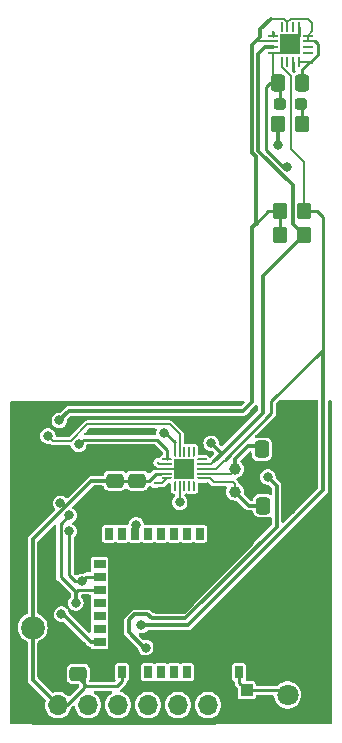
<source format=gtl>
G04 #@! TF.GenerationSoftware,KiCad,Pcbnew,8.0.2-8.0.2-0~ubuntu22.04.1*
G04 #@! TF.CreationDate,2024-05-31T22:19:46-06:00*
G04 #@! TF.ProjectId,sensor_sigfox_1.1,73656e73-6f72-45f7-9369-67666f785f31,rev?*
G04 #@! TF.SameCoordinates,Original*
G04 #@! TF.FileFunction,Copper,L1,Top*
G04 #@! TF.FilePolarity,Positive*
%FSLAX46Y46*%
G04 Gerber Fmt 4.6, Leading zero omitted, Abs format (unit mm)*
G04 Created by KiCad (PCBNEW 8.0.2-8.0.2-0~ubuntu22.04.1) date 2024-05-31 22:19:46*
%MOMM*%
%LPD*%
G01*
G04 APERTURE LIST*
G04 Aperture macros list*
%AMRoundRect*
0 Rectangle with rounded corners*
0 $1 Rounding radius*
0 $2 $3 $4 $5 $6 $7 $8 $9 X,Y pos of 4 corners*
0 Add a 4 corners polygon primitive as box body*
4,1,4,$2,$3,$4,$5,$6,$7,$8,$9,$2,$3,0*
0 Add four circle primitives for the rounded corners*
1,1,$1+$1,$2,$3*
1,1,$1+$1,$4,$5*
1,1,$1+$1,$6,$7*
1,1,$1+$1,$8,$9*
0 Add four rect primitives between the rounded corners*
20,1,$1+$1,$2,$3,$4,$5,0*
20,1,$1+$1,$4,$5,$6,$7,0*
20,1,$1+$1,$6,$7,$8,$9,0*
20,1,$1+$1,$8,$9,$2,$3,0*%
%AMFreePoly0*
4,1,14,0.334644,0.085355,0.385355,0.034644,0.400000,-0.000711,0.400000,-0.050000,0.385355,-0.085355,0.350000,-0.100000,-0.350000,-0.100000,-0.385355,-0.085355,-0.400000,-0.050000,-0.400000,0.050000,-0.385355,0.085355,-0.350000,0.100000,0.299289,0.100000,0.334644,0.085355,0.334644,0.085355,$1*%
%AMFreePoly1*
4,1,14,0.385355,0.085355,0.400000,0.050000,0.400000,0.000711,0.385355,-0.034644,0.334644,-0.085355,0.299289,-0.100000,-0.350000,-0.100000,-0.385355,-0.085355,-0.400000,-0.050000,-0.400000,0.050000,-0.385355,0.085355,-0.350000,0.100000,0.350000,0.100000,0.385355,0.085355,0.385355,0.085355,$1*%
%AMFreePoly2*
4,1,14,0.085355,0.385355,0.100000,0.350000,0.100000,-0.350000,0.085355,-0.385355,0.050000,-0.400000,-0.050000,-0.400000,-0.085355,-0.385355,-0.100000,-0.350000,-0.100000,0.299289,-0.085355,0.334644,-0.034644,0.385355,0.000711,0.400000,0.050000,0.400000,0.085355,0.385355,0.085355,0.385355,$1*%
%AMFreePoly3*
4,1,14,0.034644,0.385355,0.085355,0.334644,0.100000,0.299289,0.100000,-0.350000,0.085355,-0.385355,0.050000,-0.400000,-0.050000,-0.400000,-0.085355,-0.385355,-0.100000,-0.350000,-0.100000,0.350000,-0.085355,0.385355,-0.050000,0.400000,-0.000711,0.400000,0.034644,0.385355,0.034644,0.385355,$1*%
%AMFreePoly4*
4,1,14,0.385355,0.085355,0.400000,0.050000,0.400000,-0.050000,0.385355,-0.085355,0.350000,-0.100000,-0.299289,-0.100000,-0.334644,-0.085355,-0.385355,-0.034644,-0.400000,0.000711,-0.400000,0.050000,-0.385355,0.085355,-0.350000,0.100000,0.350000,0.100000,0.385355,0.085355,0.385355,0.085355,$1*%
%AMFreePoly5*
4,1,14,0.385355,0.085355,0.400000,0.050000,0.400000,-0.050000,0.385355,-0.085355,0.350000,-0.100000,-0.350000,-0.100000,-0.385355,-0.085355,-0.400000,-0.050000,-0.400000,-0.000711,-0.385355,0.034644,-0.334644,0.085355,-0.299289,0.100000,0.350000,0.100000,0.385355,0.085355,0.385355,0.085355,$1*%
%AMFreePoly6*
4,1,14,0.085355,0.385355,0.100000,0.350000,0.100000,-0.299289,0.085355,-0.334644,0.034644,-0.385355,-0.000711,-0.400000,-0.050000,-0.400000,-0.085355,-0.385355,-0.100000,-0.350000,-0.100000,0.350000,-0.085355,0.385355,-0.050000,0.400000,0.050000,0.400000,0.085355,0.385355,0.085355,0.385355,$1*%
%AMFreePoly7*
4,1,14,0.085355,0.385355,0.100000,0.350000,0.100000,-0.350000,0.085355,-0.385355,0.050000,-0.400000,0.000711,-0.400000,-0.034644,-0.385355,-0.085355,-0.334644,-0.100000,-0.299289,-0.100000,0.350000,-0.085355,0.385355,-0.050000,0.400000,0.050000,0.400000,0.085355,0.385355,0.085355,0.385355,$1*%
G04 Aperture macros list end*
G04 #@! TA.AperFunction,ComponentPad*
%ADD10C,1.000000*%
G04 #@! TD*
G04 #@! TA.AperFunction,ComponentPad*
%ADD11C,1.800000*%
G04 #@! TD*
G04 #@! TA.AperFunction,SMDPad,CuDef*
%ADD12RoundRect,0.250000X-0.475000X0.337500X-0.475000X-0.337500X0.475000X-0.337500X0.475000X0.337500X0*%
G04 #@! TD*
G04 #@! TA.AperFunction,SMDPad,CuDef*
%ADD13RoundRect,0.062500X-0.350000X-0.062500X0.350000X-0.062500X0.350000X0.062500X-0.350000X0.062500X0*%
G04 #@! TD*
G04 #@! TA.AperFunction,SMDPad,CuDef*
%ADD14RoundRect,0.062500X-0.062500X-0.350000X0.062500X-0.350000X0.062500X0.350000X-0.062500X0.350000X0*%
G04 #@! TD*
G04 #@! TA.AperFunction,SMDPad,CuDef*
%ADD15R,1.700000X1.700000*%
G04 #@! TD*
G04 #@! TA.AperFunction,SMDPad,CuDef*
%ADD16RoundRect,0.250000X0.350000X0.450000X-0.350000X0.450000X-0.350000X-0.450000X0.350000X-0.450000X0*%
G04 #@! TD*
G04 #@! TA.AperFunction,SMDPad,CuDef*
%ADD17RoundRect,0.250000X-0.337500X-0.475000X0.337500X-0.475000X0.337500X0.475000X-0.337500X0.475000X0*%
G04 #@! TD*
G04 #@! TA.AperFunction,SMDPad,CuDef*
%ADD18RoundRect,0.250000X0.337500X0.475000X-0.337500X0.475000X-0.337500X-0.475000X0.337500X-0.475000X0*%
G04 #@! TD*
G04 #@! TA.AperFunction,SMDPad,CuDef*
%ADD19RoundRect,0.250000X-0.350000X-0.450000X0.350000X-0.450000X0.350000X0.450000X-0.350000X0.450000X0*%
G04 #@! TD*
G04 #@! TA.AperFunction,SMDPad,CuDef*
%ADD20R,0.700000X1.000000*%
G04 #@! TD*
G04 #@! TA.AperFunction,SMDPad,CuDef*
%ADD21R,1.000000X0.700000*%
G04 #@! TD*
G04 #@! TA.AperFunction,SMDPad,CuDef*
%ADD22R,1.000000X1.050000*%
G04 #@! TD*
G04 #@! TA.AperFunction,SMDPad,CuDef*
%ADD23R,1.050000X2.200000*%
G04 #@! TD*
G04 #@! TA.AperFunction,SMDPad,CuDef*
%ADD24RoundRect,0.237500X-0.287500X-0.237500X0.287500X-0.237500X0.287500X0.237500X-0.287500X0.237500X0*%
G04 #@! TD*
G04 #@! TA.AperFunction,ComponentPad*
%ADD25R,2.000000X2.000000*%
G04 #@! TD*
G04 #@! TA.AperFunction,ComponentPad*
%ADD26C,2.000000*%
G04 #@! TD*
G04 #@! TA.AperFunction,SMDPad,CuDef*
%ADD27FreePoly0,0.000000*%
G04 #@! TD*
G04 #@! TA.AperFunction,SMDPad,CuDef*
%ADD28RoundRect,0.050000X-0.350000X-0.050000X0.350000X-0.050000X0.350000X0.050000X-0.350000X0.050000X0*%
G04 #@! TD*
G04 #@! TA.AperFunction,SMDPad,CuDef*
%ADD29FreePoly1,0.000000*%
G04 #@! TD*
G04 #@! TA.AperFunction,SMDPad,CuDef*
%ADD30FreePoly2,0.000000*%
G04 #@! TD*
G04 #@! TA.AperFunction,SMDPad,CuDef*
%ADD31RoundRect,0.050000X-0.050000X-0.350000X0.050000X-0.350000X0.050000X0.350000X-0.050000X0.350000X0*%
G04 #@! TD*
G04 #@! TA.AperFunction,SMDPad,CuDef*
%ADD32FreePoly3,0.000000*%
G04 #@! TD*
G04 #@! TA.AperFunction,SMDPad,CuDef*
%ADD33FreePoly4,0.000000*%
G04 #@! TD*
G04 #@! TA.AperFunction,SMDPad,CuDef*
%ADD34FreePoly5,0.000000*%
G04 #@! TD*
G04 #@! TA.AperFunction,SMDPad,CuDef*
%ADD35FreePoly6,0.000000*%
G04 #@! TD*
G04 #@! TA.AperFunction,SMDPad,CuDef*
%ADD36FreePoly7,0.000000*%
G04 #@! TD*
G04 #@! TA.AperFunction,ComponentPad*
%ADD37R,1.700000X1.700000*%
G04 #@! TD*
G04 #@! TA.AperFunction,ComponentPad*
%ADD38O,1.700000X1.700000*%
G04 #@! TD*
G04 #@! TA.AperFunction,ViaPad*
%ADD39C,0.800000*%
G04 #@! TD*
G04 #@! TA.AperFunction,ViaPad*
%ADD40C,0.300000*%
G04 #@! TD*
G04 #@! TA.AperFunction,Conductor*
%ADD41C,0.250000*%
G04 #@! TD*
G04 #@! TA.AperFunction,Conductor*
%ADD42C,0.300000*%
G04 #@! TD*
G04 #@! TA.AperFunction,Conductor*
%ADD43C,0.160000*%
G04 #@! TD*
G04 #@! TA.AperFunction,Conductor*
%ADD44C,0.150000*%
G04 #@! TD*
G04 #@! TA.AperFunction,Conductor*
%ADD45C,0.190000*%
G04 #@! TD*
G04 APERTURE END LIST*
D10*
X133004000Y-76196000D03*
X133004000Y-74296000D03*
D11*
X137456000Y-93400000D03*
D12*
X124736000Y-73185000D03*
X124736000Y-75260000D03*
D13*
X136237500Y-37573000D03*
X136237500Y-38073000D03*
X136237500Y-38573000D03*
X136237500Y-39073000D03*
D14*
X136950000Y-39785500D03*
X137450000Y-39785500D03*
X137950000Y-39785500D03*
X138450000Y-39785500D03*
D13*
X139162500Y-39073000D03*
X139162500Y-38573000D03*
X139162500Y-38073000D03*
X139162500Y-37573000D03*
D14*
X138450000Y-36860500D03*
X137950000Y-36860500D03*
X137450000Y-36860500D03*
X136950000Y-36860500D03*
D15*
X137700000Y-38323000D03*
D12*
X122839000Y-73185500D03*
X122839000Y-75260500D03*
D16*
X138835000Y-54449000D03*
X136835000Y-54449000D03*
D17*
X136647000Y-41567000D03*
X138722000Y-41567000D03*
D18*
X137347000Y-72609000D03*
X135272000Y-72609000D03*
X137478000Y-77375000D03*
X135403000Y-77375000D03*
D19*
X136665000Y-45106000D03*
X138665000Y-45106000D03*
D12*
X119731000Y-89536500D03*
X119731000Y-91611500D03*
D20*
X134453000Y-79754000D03*
X133353000Y-79754000D03*
X132253000Y-79754000D03*
X131153000Y-79754000D03*
X130053000Y-79754000D03*
X128953000Y-79754000D03*
X127853000Y-79754000D03*
X126753000Y-79754000D03*
X125653000Y-79754000D03*
X124553000Y-79754000D03*
X123453000Y-79754000D03*
X122353000Y-79754000D03*
D21*
X121543000Y-82314000D03*
X121543000Y-83414000D03*
X121543000Y-84514000D03*
X121543000Y-85614000D03*
X121543000Y-86714000D03*
X121543000Y-87814000D03*
X121543000Y-88914000D03*
D20*
X122353000Y-91474000D03*
X123453000Y-91474000D03*
X124553000Y-91474000D03*
X125653000Y-91474000D03*
X126753000Y-91474000D03*
X127853000Y-91474000D03*
X128953000Y-91474000D03*
X130053000Y-91474000D03*
X131153000Y-91474000D03*
X132253000Y-91474000D03*
X133353000Y-91474000D03*
X134453000Y-91474000D03*
D22*
X133992000Y-93003000D03*
D23*
X135467000Y-94528000D03*
X132517000Y-94528000D03*
D24*
X136846000Y-43375000D03*
X138596000Y-43375000D03*
D25*
X115883000Y-75001000D03*
D26*
X115883000Y-87701000D03*
D16*
X138857000Y-52416000D03*
X136857000Y-52416000D03*
D27*
X127285000Y-73461000D03*
D28*
X127285000Y-73861000D03*
X127285000Y-74261000D03*
X127285000Y-74661000D03*
D29*
X127285000Y-75061000D03*
D30*
X127935000Y-75711000D03*
D31*
X128335000Y-75711000D03*
X128735000Y-75711000D03*
X129135000Y-75711000D03*
D32*
X129535000Y-75711000D03*
D33*
X130185000Y-75061000D03*
D28*
X130185000Y-74661000D03*
X130185000Y-74261000D03*
X130185000Y-73861000D03*
D34*
X130185000Y-73461000D03*
D35*
X129535000Y-72811000D03*
D31*
X129135000Y-72811000D03*
X128735000Y-72811000D03*
X128335000Y-72811000D03*
D36*
X127935000Y-72811000D03*
D15*
X128735000Y-74261000D03*
D37*
X115488000Y-94262000D03*
D38*
X118028000Y-94262000D03*
X120568000Y-94262000D03*
X123108000Y-94262000D03*
X125648000Y-94262000D03*
X128188000Y-94262000D03*
X130728000Y-94262000D03*
D39*
X137409831Y-48707169D03*
X137350000Y-69200000D03*
X118230000Y-77179000D03*
X118139897Y-70157397D03*
X136663000Y-46864000D03*
X124637000Y-79000000D03*
X128327000Y-77098000D03*
X118313000Y-86571000D03*
X135796000Y-74959000D03*
X131000000Y-72100000D03*
X125450000Y-89400000D03*
X125060000Y-87514000D03*
D40*
X126250000Y-75500000D03*
X138016360Y-40616369D03*
D39*
X119531000Y-85605000D03*
X118979000Y-78189954D03*
X127000000Y-71188000D03*
X118968500Y-79550000D03*
X120055464Y-83789500D03*
X119780000Y-72187000D03*
X117157000Y-71477000D03*
D40*
X126500000Y-73750000D03*
X136250000Y-37250000D03*
D41*
X115488000Y-94262000D02*
X115488000Y-95338000D01*
D42*
X124736000Y-73185000D02*
X125737000Y-74186000D01*
D41*
X138425000Y-36885500D02*
X138425000Y-37598000D01*
X134453000Y-91474000D02*
X138813000Y-91474000D01*
X128694248Y-86350000D02*
X134472124Y-80572124D01*
X122677000Y-90400000D02*
X124250000Y-90400000D01*
X126075000Y-86075000D02*
X126350000Y-86350000D01*
X132253000Y-79136000D02*
X132611000Y-78778000D01*
D43*
X127285000Y-74261000D02*
X128735000Y-74261000D01*
D41*
X135628000Y-41913000D02*
X135974000Y-41567000D01*
X123050000Y-89850000D02*
X123050000Y-87323248D01*
D43*
X136950000Y-39073000D02*
X137700000Y-38323000D01*
D42*
X117699000Y-73185000D02*
X124736000Y-73185000D01*
D41*
X135628000Y-47262000D02*
X135628000Y-41913000D01*
X132517000Y-92867000D02*
X132517000Y-94528000D01*
X132253000Y-79754000D02*
X132253000Y-79136000D01*
X122353000Y-91474000D02*
X121668500Y-91474000D01*
X130053000Y-91474000D02*
X130053000Y-92191000D01*
X132253000Y-92347000D02*
X132125000Y-92475000D01*
X136083000Y-95231000D02*
X135328000Y-94476000D01*
X122353000Y-91474000D02*
X122353000Y-90547000D01*
X137073169Y-48707169D02*
X135628000Y-47262000D01*
D42*
X122839000Y-73185500D02*
X124735500Y-73185500D01*
D44*
X137950000Y-38573000D02*
X137700000Y-38323000D01*
D41*
X132125000Y-92475000D02*
X132517000Y-92867000D01*
X139749000Y-92410000D02*
X139749000Y-94750000D01*
X124298248Y-86075000D02*
X126075000Y-86075000D01*
X124553000Y-90703000D02*
X124553000Y-91474000D01*
X133468000Y-78778000D02*
X133353000Y-78893000D01*
X131455000Y-78778000D02*
X132611000Y-78778000D01*
X132611000Y-78778000D02*
X133468000Y-78778000D01*
X131349000Y-92475000D02*
X132125000Y-92475000D01*
X124250000Y-90400000D02*
X124553000Y-90703000D01*
X121668500Y-91474000D02*
X119731000Y-89536500D01*
X133353000Y-78893000D02*
X133353000Y-79754000D01*
X122353000Y-90547000D02*
X123050000Y-89850000D01*
X132253000Y-91474000D02*
X132253000Y-92347000D01*
X131153000Y-91474000D02*
X131153000Y-92279000D01*
D42*
X114225000Y-76659000D02*
X115883000Y-75001000D01*
D41*
X122353000Y-90724000D02*
X122677000Y-90400000D01*
X137347000Y-69203000D02*
X137350000Y-69200000D01*
X130337000Y-92475000D02*
X131349000Y-92475000D01*
D44*
X138450000Y-37573000D02*
X137700000Y-38323000D01*
D41*
X124553000Y-92224000D02*
X124804000Y-92475000D01*
D44*
X136950000Y-37573000D02*
X137700000Y-38323000D01*
D41*
X130053000Y-92191000D02*
X130337000Y-92475000D01*
X131153000Y-79080000D02*
X131455000Y-78778000D01*
X138813000Y-91474000D02*
X139749000Y-92410000D01*
X134453000Y-80553000D02*
X134453000Y-79754000D01*
D42*
X137347000Y-77244000D02*
X137478000Y-77375000D01*
X115488000Y-94262000D02*
X115488000Y-93123000D01*
D41*
X137409831Y-48707169D02*
X137073169Y-48707169D01*
X135974000Y-41567000D02*
X136647000Y-41567000D01*
D43*
X126290000Y-74256000D02*
X126220000Y-74186000D01*
D41*
X136846000Y-43375000D02*
X136846000Y-41766000D01*
D42*
X125737000Y-74186000D02*
X126220000Y-74186000D01*
D43*
X136237500Y-39073000D02*
X136950000Y-39073000D01*
D41*
X131153000Y-92279000D02*
X131349000Y-92475000D01*
X124553000Y-91474000D02*
X124553000Y-92224000D01*
X123050000Y-87323248D02*
X124298248Y-86075000D01*
D42*
X124735500Y-73185500D02*
X124736000Y-73185000D01*
D41*
X136846000Y-41766000D02*
X136647000Y-41567000D01*
X134143000Y-78779000D02*
X133513000Y-78779000D01*
X134453000Y-79754000D02*
X134453000Y-79089000D01*
X137347000Y-72609000D02*
X137347000Y-69203000D01*
D42*
X115488000Y-93123000D02*
X114225000Y-91860000D01*
D43*
X127285000Y-74261000D02*
X127280000Y-74256000D01*
D41*
X124804000Y-92475000D02*
X131349000Y-92475000D01*
D44*
X138450000Y-39073000D02*
X137700000Y-38323000D01*
D43*
X127280000Y-74256000D02*
X126290000Y-74256000D01*
D41*
X122353000Y-91474000D02*
X122353000Y-90724000D01*
X139268000Y-95231000D02*
X136083000Y-95231000D01*
X138450000Y-36860500D02*
X138425000Y-36885500D01*
D42*
X115883000Y-75001000D02*
X117699000Y-73185000D01*
D43*
X136647000Y-41567000D02*
X136237500Y-41157500D01*
D44*
X137950000Y-38073000D02*
X137700000Y-38323000D01*
D42*
X114225000Y-91860000D02*
X114225000Y-76659000D01*
D43*
X136237500Y-41157500D02*
X136237500Y-39073000D01*
D41*
X135328000Y-94476000D02*
X132800000Y-94476000D01*
X131245000Y-95800000D02*
X132517000Y-94528000D01*
X115488000Y-95338000D02*
X115950000Y-95800000D01*
X138425000Y-37598000D02*
X137700000Y-38323000D01*
X126350000Y-86350000D02*
X128694248Y-86350000D01*
X115950000Y-95800000D02*
X131245000Y-95800000D01*
X139749000Y-94750000D02*
X139268000Y-95231000D01*
D42*
X137347000Y-72609000D02*
X137347000Y-77244000D01*
D41*
X134472124Y-80572124D02*
X134453000Y-80553000D01*
X134453000Y-79089000D02*
X134143000Y-78779000D01*
X131153000Y-79754000D02*
X131153000Y-79080000D01*
X132378000Y-91599000D02*
X132253000Y-91474000D01*
D42*
X115883000Y-87701000D02*
X115883000Y-80226000D01*
D41*
X124736000Y-75260000D02*
X122839500Y-75260000D01*
X120200000Y-92080500D02*
X119731000Y-91611500D01*
D43*
X136237500Y-38073000D02*
X134788000Y-38073000D01*
D41*
X126295000Y-74661000D02*
X126748842Y-74661000D01*
D43*
X139550000Y-37185500D02*
X139162500Y-37573000D01*
D42*
X120859500Y-75260500D02*
X122839000Y-75260500D01*
D43*
X137743900Y-36168000D02*
X139168000Y-36168000D01*
X139168000Y-36168000D02*
X139550000Y-36550000D01*
D45*
X127285000Y-74661000D02*
X126748842Y-74661000D01*
D43*
X137450000Y-36461900D02*
X137743900Y-36168000D01*
D41*
X124736000Y-75260000D02*
X125696000Y-75260000D01*
X139412240Y-39785500D02*
X140027000Y-39170740D01*
X136835000Y-52438000D02*
X136857000Y-52416000D01*
D42*
X134482000Y-47547107D02*
X134482000Y-38379000D01*
D41*
X125696000Y-75260000D02*
X126295000Y-74661000D01*
X138722000Y-41567000D02*
X138722000Y-40412100D01*
X123453000Y-91474000D02*
X123453000Y-92266000D01*
D42*
X134750000Y-53500000D02*
X134450000Y-53800000D01*
D41*
X120479000Y-92679000D02*
X119731000Y-91931000D01*
D42*
X135166000Y-37047000D02*
X135166000Y-37695000D01*
D41*
X140027000Y-39170740D02*
X140027000Y-38320000D01*
X139780000Y-38073000D02*
X139664000Y-38073000D01*
X136835000Y-54449000D02*
X136835000Y-52438000D01*
D42*
X118947294Y-69350000D02*
X118139897Y-70157397D01*
X118591000Y-77529000D02*
X120859500Y-75260500D01*
D41*
X139348600Y-39785500D02*
X139412240Y-39785500D01*
D42*
X134482000Y-38379000D02*
X134787000Y-38074000D01*
X133700000Y-69350000D02*
X118947294Y-69350000D01*
X135166000Y-37695000D02*
X134787000Y-38074000D01*
X118580000Y-77529000D02*
X118591000Y-77529000D01*
D41*
X122839500Y-75260000D02*
X122839000Y-75260500D01*
X140027000Y-38320000D02*
X139780000Y-38073000D01*
D42*
X115883000Y-80226000D02*
X118580000Y-77529000D01*
D41*
X118788000Y-94262000D02*
X120200000Y-92850000D01*
D43*
X139664000Y-38073000D02*
X139162500Y-38073000D01*
D41*
X123453000Y-92266000D02*
X123040000Y-92679000D01*
X120200000Y-92850000D02*
X120200000Y-92080500D01*
D42*
X134450000Y-68600000D02*
X133700000Y-69350000D01*
D43*
X134788000Y-38073000D02*
X134787000Y-38074000D01*
D41*
X123040000Y-92679000D02*
X120479000Y-92679000D01*
D42*
X115883000Y-92117000D02*
X115883000Y-87701000D01*
X134750000Y-53500000D02*
X134750000Y-47815107D01*
D43*
X138450000Y-39785500D02*
X139348600Y-39785500D01*
X137450000Y-36860500D02*
X137450000Y-36461900D01*
X137450000Y-36860500D02*
X137450000Y-36448001D01*
D41*
X138722000Y-40412100D02*
X139348600Y-39785500D01*
X118028000Y-94262000D02*
X118788000Y-94262000D01*
D42*
X118230000Y-77179000D02*
X118580000Y-77529000D01*
X134450000Y-53800000D02*
X134450000Y-68600000D01*
D43*
X139162500Y-38073000D02*
X139162500Y-37573000D01*
D41*
X119731000Y-91931000D02*
X119731000Y-91611500D01*
D42*
X118028000Y-94262000D02*
X115883000Y-92117000D01*
X135166000Y-37047000D02*
X136045000Y-36168000D01*
D43*
X139550000Y-36550000D02*
X139550000Y-37185500D01*
D41*
X134750000Y-53500000D02*
X135834000Y-52416000D01*
D43*
X137169999Y-36168000D02*
X136045000Y-36168000D01*
D41*
X135834000Y-52416000D02*
X136857000Y-52416000D01*
D42*
X134750000Y-47815107D02*
X134482000Y-47547107D01*
D43*
X137450000Y-36448001D02*
X137169999Y-36168000D01*
D42*
X133004000Y-73446000D02*
X133004000Y-74296000D01*
D43*
X130185000Y-74661000D02*
X132639000Y-74661000D01*
X132639000Y-74661000D02*
X133004000Y-74296000D01*
D42*
X135013000Y-72350000D02*
X134100000Y-72350000D01*
X134100000Y-72350000D02*
X133004000Y-73446000D01*
X135272000Y-72609000D02*
X135013000Y-72350000D01*
D41*
X138665000Y-45106000D02*
X138665000Y-43444000D01*
X138665000Y-43444000D02*
X138596000Y-43375000D01*
D42*
X136665000Y-45106000D02*
X136665000Y-46862000D01*
X136665000Y-46862000D02*
X136663000Y-46864000D01*
X124637000Y-79670000D02*
X124553000Y-79754000D01*
X124637000Y-79000000D02*
X124637000Y-79670000D01*
D43*
X128335000Y-77090000D02*
X128327000Y-77098000D01*
X128335000Y-75711000D02*
X128335000Y-77090000D01*
D42*
X120776456Y-88914000D02*
X118433456Y-86571000D01*
X118433456Y-86571000D02*
X118313000Y-86571000D01*
X121543000Y-88914000D02*
X120776456Y-88914000D01*
D41*
X133353000Y-91474000D02*
X133353000Y-92364000D01*
X133992000Y-93003000D02*
X137059000Y-93003000D01*
X133353000Y-92364000D02*
X133992000Y-93003000D01*
X137059000Y-93003000D02*
X137456000Y-93400000D01*
D43*
X130185000Y-73861000D02*
X131011000Y-73861000D01*
D42*
X137907000Y-53521000D02*
X137907000Y-50265000D01*
X137907000Y-50265000D02*
X134982000Y-47340000D01*
X131878500Y-72978500D02*
X131878500Y-72993500D01*
X125331000Y-89400000D02*
X124006000Y-88075000D01*
X135546000Y-38573000D02*
X136237500Y-38573000D01*
X124006000Y-87039000D02*
X124495000Y-86550000D01*
X134982000Y-47340000D02*
X134982000Y-39137000D01*
D43*
X131011000Y-73861000D02*
X131275000Y-73597000D01*
D42*
X124006000Y-88075000D02*
X124006000Y-87039000D01*
X125450000Y-89400000D02*
X125331000Y-89400000D01*
X131878500Y-72971500D02*
X135350000Y-69500000D01*
X125950000Y-86900000D02*
X128816000Y-86900000D01*
X131000000Y-72100000D02*
X131878500Y-72978500D01*
X128816000Y-86900000D02*
X136539000Y-79177000D01*
X125600000Y-86550000D02*
X125950000Y-86900000D01*
X135350000Y-57934000D02*
X138835000Y-54449000D01*
X136539000Y-79177000D02*
X136539000Y-75702000D01*
X134982000Y-39137000D02*
X135546000Y-38573000D01*
X136539000Y-75702000D02*
X135796000Y-74959000D01*
X135350000Y-69500000D02*
X135350000Y-57934000D01*
X138835000Y-54449000D02*
X137907000Y-53521000D01*
X131275000Y-73597000D02*
X131878500Y-72993500D01*
X131878500Y-72993500D02*
X131878500Y-72971500D01*
X124495000Y-86550000D02*
X125600000Y-86550000D01*
D41*
X140474000Y-52914000D02*
X139976000Y-52416000D01*
D43*
X131378000Y-74261000D02*
X132144500Y-73494500D01*
X137750000Y-47198000D02*
X138857000Y-48305000D01*
D42*
X140474000Y-64250000D02*
X140474000Y-76046956D01*
D43*
X130185000Y-74261000D02*
X131378000Y-74261000D01*
X137750000Y-40997999D02*
X137750000Y-47198000D01*
D41*
X136100000Y-68550000D02*
X136100000Y-69539000D01*
X140474000Y-64250000D02*
X140400000Y-64250000D01*
X136100000Y-69539000D02*
X132144500Y-73494500D01*
D43*
X136950000Y-39785500D02*
X136950000Y-40197999D01*
D42*
X140474000Y-76046956D02*
X129006956Y-87514000D01*
D41*
X140400000Y-64250000D02*
X136100000Y-68550000D01*
X139976000Y-52416000D02*
X138857000Y-52416000D01*
D43*
X136950000Y-40197999D02*
X137750000Y-40997999D01*
X138857000Y-48305000D02*
X138857000Y-52416000D01*
D41*
X140474000Y-64250000D02*
X140474000Y-52914000D01*
D42*
X129006956Y-87514000D02*
X125060000Y-87514000D01*
D43*
X126846000Y-75500000D02*
X126250000Y-75500000D01*
X127285000Y-75061000D02*
X126846000Y-75500000D01*
D41*
X137950000Y-40550009D02*
X137950000Y-39785500D01*
X138016360Y-40616369D02*
X137950000Y-40550009D01*
X118979000Y-78189954D02*
X118244000Y-78924954D01*
D43*
X127935000Y-72811000D02*
X127935000Y-72012000D01*
D41*
X118244000Y-78924954D02*
X118244000Y-83414000D01*
D42*
X119531000Y-84701000D02*
X119531000Y-85605000D01*
D41*
X119522000Y-84678000D02*
X119686000Y-84514000D01*
X119508000Y-84678000D02*
X119522000Y-84678000D01*
X127111000Y-71188000D02*
X127935000Y-72012000D01*
X119686000Y-84514000D02*
X121543000Y-84514000D01*
X127000000Y-71188000D02*
X127111000Y-71188000D01*
X118244000Y-83414000D02*
X119508000Y-84678000D01*
D42*
X119508000Y-84678000D02*
X119531000Y-84701000D01*
D41*
X119780000Y-72187000D02*
X120185000Y-71782000D01*
X120055464Y-83789500D02*
X119489500Y-83789500D01*
X127285000Y-72683121D02*
X127285000Y-73436000D01*
X120055464Y-83789500D02*
X120430964Y-83414000D01*
X120185000Y-71782000D02*
X126383879Y-71782000D01*
X120430964Y-83414000D02*
X121543000Y-83414000D01*
X118968500Y-83268500D02*
X118968500Y-79550000D01*
X126383879Y-71782000D02*
X127285000Y-72683121D01*
X119489500Y-83789500D02*
X118968500Y-83268500D01*
D43*
X127492666Y-70500000D02*
X120505334Y-70500000D01*
X128340000Y-71347334D02*
X127492666Y-70500000D01*
X128340000Y-72806000D02*
X128340000Y-71347334D01*
X128335000Y-72811000D02*
X128340000Y-72806000D01*
X119105334Y-71900000D02*
X117580000Y-71900000D01*
X117580000Y-71900000D02*
X117157000Y-71477000D01*
X120505334Y-70500000D02*
X119105334Y-71900000D01*
X130861000Y-75061000D02*
X131200000Y-75400000D01*
X130185000Y-75061000D02*
X130861000Y-75061000D01*
X132850000Y-75400000D02*
X133004000Y-75554000D01*
D42*
X134183000Y-77375000D02*
X133004000Y-76196000D01*
D43*
X131200000Y-75400000D02*
X132850000Y-75400000D01*
X133004000Y-75554000D02*
X133004000Y-76196000D01*
D42*
X135403000Y-77375000D02*
X134183000Y-77375000D01*
D41*
X136237500Y-37573000D02*
X136237500Y-37262500D01*
D43*
X126500000Y-73750000D02*
X126611000Y-73861000D01*
X126611000Y-73861000D02*
X127285000Y-73861000D01*
D41*
X136237500Y-37262500D02*
X136250000Y-37250000D01*
G04 #@! TA.AperFunction,Conductor*
G36*
X141141961Y-68470214D02*
G01*
X141188651Y-68523698D01*
X141200230Y-68576231D01*
X141220255Y-79549996D01*
X141248717Y-95147185D01*
X141249770Y-95723770D01*
X141229892Y-95791927D01*
X141176321Y-95838518D01*
X141123770Y-95850000D01*
X114075902Y-95850000D01*
X114007781Y-95829998D01*
X113961288Y-95776342D01*
X113949902Y-95724098D01*
X113949455Y-95147185D01*
X113928948Y-68675634D01*
X113948897Y-68607499D01*
X114002517Y-68560965D01*
X114054484Y-68549539D01*
X133695785Y-68477517D01*
X133763976Y-68497268D01*
X133810665Y-68550753D01*
X133821026Y-68620989D01*
X133791770Y-68685678D01*
X133785340Y-68692610D01*
X133569356Y-68908595D01*
X133507044Y-68942620D01*
X133480260Y-68945500D01*
X119000547Y-68945500D01*
X118894041Y-68945500D01*
X118838911Y-68960271D01*
X118791165Y-68973065D01*
X118791158Y-68973068D01*
X118698928Y-69026317D01*
X118698922Y-69026322D01*
X118259251Y-69465993D01*
X118196939Y-69500018D01*
X118170156Y-69502897D01*
X118060424Y-69502897D01*
X117906106Y-69540933D01*
X117906099Y-69540936D01*
X117765371Y-69614795D01*
X117765366Y-69614799D01*
X117646398Y-69720197D01*
X117556112Y-69850998D01*
X117556109Y-69851004D01*
X117499746Y-69999617D01*
X117480590Y-70157393D01*
X117480590Y-70157400D01*
X117499746Y-70315176D01*
X117548344Y-70443316D01*
X117556110Y-70463792D01*
X117646399Y-70594598D01*
X117765368Y-70699996D01*
X117765369Y-70699996D01*
X117765371Y-70699998D01*
X117840097Y-70739217D01*
X117906104Y-70773860D01*
X118060426Y-70811897D01*
X118060427Y-70811897D01*
X118219367Y-70811897D01*
X118219368Y-70811897D01*
X118373690Y-70773860D01*
X118514426Y-70699996D01*
X118633395Y-70594598D01*
X118723684Y-70463792D01*
X118780046Y-70315179D01*
X118780046Y-70315178D01*
X118780047Y-70315176D01*
X118799204Y-70157399D01*
X118799204Y-70157395D01*
X118797151Y-70140489D01*
X118808795Y-70070453D01*
X118833134Y-70036207D01*
X119077939Y-69791404D01*
X119140251Y-69757379D01*
X119167034Y-69754500D01*
X133753251Y-69754500D01*
X133753253Y-69754500D01*
X133856131Y-69726934D01*
X133948369Y-69673680D01*
X134289598Y-69332451D01*
X134730405Y-68891645D01*
X134792717Y-68857619D01*
X134863532Y-68862684D01*
X134920368Y-68905231D01*
X134945179Y-68971751D01*
X134945500Y-68980740D01*
X134945500Y-69280260D01*
X134925498Y-69348381D01*
X134908595Y-69369355D01*
X131964095Y-72313855D01*
X131901783Y-72347881D01*
X131830968Y-72342816D01*
X131785905Y-72313855D01*
X131693240Y-72221190D01*
X131659214Y-72158878D01*
X131657254Y-72116905D01*
X131657931Y-72111335D01*
X131659307Y-72100000D01*
X131659307Y-72099996D01*
X131640150Y-71942220D01*
X131620244Y-71889733D01*
X131583787Y-71793605D01*
X131493498Y-71662799D01*
X131374529Y-71557401D01*
X131374528Y-71557400D01*
X131374525Y-71557398D01*
X131233797Y-71483539D01*
X131233795Y-71483538D01*
X131233793Y-71483537D01*
X131233791Y-71483536D01*
X131233790Y-71483536D01*
X131079472Y-71445500D01*
X131079471Y-71445500D01*
X130920529Y-71445500D01*
X130920527Y-71445500D01*
X130766209Y-71483536D01*
X130766202Y-71483539D01*
X130625474Y-71557398D01*
X130625469Y-71557402D01*
X130506501Y-71662800D01*
X130416215Y-71793601D01*
X130416212Y-71793607D01*
X130359849Y-71942220D01*
X130340693Y-72099996D01*
X130340693Y-72100003D01*
X130359849Y-72257779D01*
X130399260Y-72361694D01*
X130416213Y-72406395D01*
X130506502Y-72537201D01*
X130625471Y-72642599D01*
X130625472Y-72642599D01*
X130625474Y-72642601D01*
X130700200Y-72681820D01*
X130766207Y-72716463D01*
X130920529Y-72754500D01*
X130920530Y-72754500D01*
X131030260Y-72754500D01*
X131098381Y-72774502D01*
X131119355Y-72791405D01*
X131224854Y-72896904D01*
X131258880Y-72959216D01*
X131253815Y-73030031D01*
X131224855Y-73075094D01*
X131007721Y-73292229D01*
X130945409Y-73326254D01*
X130874593Y-73321190D01*
X130817757Y-73278643D01*
X130813860Y-73273136D01*
X130757384Y-73188614D01*
X130673196Y-73132362D01*
X130672938Y-73132255D01*
X130634315Y-73116256D01*
X130634305Y-73116253D01*
X130535002Y-73096500D01*
X130535000Y-73096500D01*
X130025500Y-73096500D01*
X129957379Y-73076498D01*
X129910886Y-73022842D01*
X129899500Y-72970500D01*
X129899500Y-72461001D01*
X129899499Y-72460997D01*
X129894676Y-72436749D01*
X129879747Y-72361695D01*
X129872741Y-72344782D01*
X129863643Y-72322816D01*
X129863642Y-72322815D01*
X129863638Y-72322804D01*
X129863637Y-72322802D01*
X129807384Y-72238614D01*
X129723196Y-72182362D01*
X129721120Y-72181502D01*
X129684315Y-72166256D01*
X129684305Y-72166253D01*
X129585002Y-72146500D01*
X129585000Y-72146500D01*
X129485000Y-72146500D01*
X129484997Y-72146500D01*
X129385694Y-72166253D01*
X129385686Y-72166256D01*
X129376475Y-72170071D01*
X129305885Y-72177656D01*
X129277373Y-72168924D01*
X129255928Y-72159455D01*
X129255919Y-72159453D01*
X129230464Y-72156500D01*
X129230460Y-72156500D01*
X129039540Y-72156500D01*
X129039535Y-72156500D01*
X129014078Y-72159453D01*
X128985890Y-72171899D01*
X128915494Y-72181114D01*
X128884110Y-72171899D01*
X128855921Y-72159453D01*
X128855922Y-72159453D01*
X128830464Y-72156500D01*
X128830460Y-72156500D01*
X128800500Y-72156500D01*
X128732379Y-72136498D01*
X128685886Y-72082842D01*
X128674500Y-72030500D01*
X128674500Y-71303296D01*
X128674499Y-71303292D01*
X128651704Y-71218222D01*
X128651704Y-71218221D01*
X128646574Y-71209336D01*
X128646572Y-71209333D01*
X128634257Y-71188003D01*
X128607667Y-71141946D01*
X128607665Y-71141944D01*
X128607663Y-71141941D01*
X127698061Y-70232339D01*
X127698057Y-70232336D01*
X127698054Y-70232333D01*
X127655409Y-70207712D01*
X127621779Y-70188296D01*
X127621776Y-70188295D01*
X127536707Y-70165500D01*
X127536704Y-70165500D01*
X120461296Y-70165500D01*
X120461292Y-70165500D01*
X120376223Y-70188295D01*
X120376220Y-70188296D01*
X120308958Y-70227129D01*
X120299946Y-70232333D01*
X120299944Y-70232334D01*
X120299938Y-70232339D01*
X119003684Y-71528595D01*
X118941372Y-71562620D01*
X118914589Y-71565500D01*
X117938679Y-71565500D01*
X117870558Y-71545498D01*
X117824065Y-71491842D01*
X117813598Y-71454687D01*
X117797150Y-71319220D01*
X117774147Y-71258568D01*
X117740787Y-71170605D01*
X117650498Y-71039799D01*
X117531529Y-70934401D01*
X117531528Y-70934400D01*
X117531525Y-70934398D01*
X117390797Y-70860539D01*
X117390795Y-70860538D01*
X117390793Y-70860537D01*
X117390791Y-70860536D01*
X117390790Y-70860536D01*
X117236472Y-70822500D01*
X117236471Y-70822500D01*
X117077529Y-70822500D01*
X117077527Y-70822500D01*
X116923209Y-70860536D01*
X116923202Y-70860539D01*
X116782474Y-70934398D01*
X116782469Y-70934402D01*
X116663501Y-71039800D01*
X116573215Y-71170601D01*
X116573212Y-71170607D01*
X116516849Y-71319220D01*
X116497693Y-71476996D01*
X116497693Y-71477003D01*
X116516849Y-71634779D01*
X116536525Y-71686658D01*
X116573213Y-71783395D01*
X116663502Y-71914201D01*
X116782471Y-72019599D01*
X116782472Y-72019599D01*
X116782474Y-72019601D01*
X116794015Y-72025658D01*
X116923207Y-72093463D01*
X117077529Y-72131500D01*
X117077530Y-72131500D01*
X117236468Y-72131500D01*
X117236471Y-72131500D01*
X117249278Y-72128343D01*
X117320202Y-72131458D01*
X117368529Y-72161585D01*
X117374604Y-72167660D01*
X117374607Y-72167662D01*
X117374612Y-72167667D01*
X117418023Y-72192730D01*
X117440032Y-72205437D01*
X117447444Y-72209715D01*
X117450888Y-72211704D01*
X117535962Y-72234500D01*
X119014834Y-72234500D01*
X119082955Y-72254502D01*
X119129448Y-72308158D01*
X119137702Y-72337460D01*
X119138026Y-72337381D01*
X119139848Y-72344776D01*
X119163218Y-72406395D01*
X119196213Y-72493395D01*
X119286502Y-72624201D01*
X119405471Y-72729599D01*
X119405472Y-72729599D01*
X119405474Y-72729601D01*
X119452914Y-72754499D01*
X119546207Y-72803463D01*
X119700529Y-72841500D01*
X119700530Y-72841500D01*
X119859470Y-72841500D01*
X119859471Y-72841500D01*
X120013793Y-72803463D01*
X120154529Y-72729599D01*
X120273498Y-72624201D01*
X120363787Y-72493395D01*
X120420149Y-72344782D01*
X120420149Y-72344781D01*
X120420150Y-72344779D01*
X120428949Y-72272313D01*
X120457016Y-72207099D01*
X120515884Y-72167413D01*
X120554030Y-72161500D01*
X126174495Y-72161500D01*
X126242616Y-72181502D01*
X126263590Y-72198405D01*
X126868595Y-72803410D01*
X126902621Y-72865722D01*
X126905500Y-72892505D01*
X126905500Y-73003147D01*
X126885498Y-73071268D01*
X126831842Y-73117761D01*
X126827720Y-73119555D01*
X126796814Y-73132357D01*
X126796801Y-73132363D01*
X126796799Y-73132364D01*
X126712614Y-73188615D01*
X126656358Y-73272809D01*
X126653445Y-73278261D01*
X126651035Y-73276972D01*
X126613880Y-73323060D01*
X126546512Y-73345467D01*
X126522332Y-73343995D01*
X126500000Y-73340458D01*
X126499999Y-73340458D01*
X126373446Y-73360501D01*
X126259276Y-73418673D01*
X126168673Y-73509276D01*
X126110501Y-73623446D01*
X126090458Y-73750000D01*
X126110501Y-73876553D01*
X126168673Y-73990723D01*
X126259821Y-74081871D01*
X126293847Y-74144183D01*
X126288782Y-74214998D01*
X126246235Y-74271834D01*
X126203340Y-74292671D01*
X126168915Y-74301896D01*
X126168913Y-74301896D01*
X126153978Y-74305898D01*
X126148518Y-74307362D01*
X126148517Y-74307362D01*
X126148515Y-74307363D01*
X126148514Y-74307363D01*
X126061984Y-74357321D01*
X126061978Y-74357326D01*
X125796580Y-74622723D01*
X125734268Y-74656748D01*
X125663452Y-74651683D01*
X125606617Y-74609136D01*
X125571404Y-74562096D01*
X125455267Y-74475158D01*
X125455265Y-74475157D01*
X125455266Y-74475157D01*
X125319349Y-74424462D01*
X125319344Y-74424460D01*
X125319342Y-74424460D01*
X125289298Y-74421230D01*
X125259256Y-74418000D01*
X124212753Y-74418000D01*
X124212729Y-74418002D01*
X124152660Y-74424459D01*
X124152658Y-74424459D01*
X124016733Y-74475157D01*
X123900595Y-74562096D01*
X123888178Y-74578683D01*
X123831341Y-74621228D01*
X123760525Y-74626291D01*
X123698214Y-74592264D01*
X123686447Y-74578683D01*
X123674404Y-74562596D01*
X123558267Y-74475658D01*
X123558265Y-74475657D01*
X123558266Y-74475657D01*
X123422349Y-74424962D01*
X123422344Y-74424960D01*
X123422342Y-74424960D01*
X123392298Y-74421730D01*
X123362256Y-74418500D01*
X122315753Y-74418500D01*
X122315729Y-74418502D01*
X122255660Y-74424959D01*
X122255658Y-74424959D01*
X122119733Y-74475657D01*
X122003596Y-74562596D01*
X121916657Y-74678734D01*
X121881112Y-74774033D01*
X121838565Y-74830869D01*
X121772045Y-74855679D01*
X121763057Y-74856000D01*
X120806247Y-74856000D01*
X120738156Y-74874245D01*
X120738154Y-74874245D01*
X120703372Y-74883563D01*
X120703369Y-74883565D01*
X120611132Y-74936818D01*
X120611129Y-74936820D01*
X118851193Y-76696756D01*
X118788881Y-76730782D01*
X118718065Y-76725717D01*
X118678544Y-76701973D01*
X118604530Y-76636402D01*
X118604525Y-76636398D01*
X118463797Y-76562539D01*
X118463795Y-76562538D01*
X118463793Y-76562537D01*
X118463791Y-76562536D01*
X118463790Y-76562536D01*
X118309472Y-76524500D01*
X118309471Y-76524500D01*
X118150529Y-76524500D01*
X118150527Y-76524500D01*
X117996209Y-76562536D01*
X117996202Y-76562539D01*
X117855474Y-76636398D01*
X117855469Y-76636402D01*
X117736501Y-76741800D01*
X117646215Y-76872601D01*
X117646212Y-76872607D01*
X117589849Y-77021220D01*
X117570693Y-77178996D01*
X117570693Y-77179003D01*
X117589849Y-77336779D01*
X117646212Y-77485392D01*
X117646215Y-77485398D01*
X117736501Y-77616200D01*
X117741554Y-77621903D01*
X117739894Y-77623373D01*
X117771736Y-77674142D01*
X117770952Y-77745134D01*
X117739550Y-77797399D01*
X116144733Y-79392218D01*
X115634631Y-79902320D01*
X115596976Y-79939975D01*
X115559321Y-79977629D01*
X115559317Y-79977634D01*
X115506068Y-80069864D01*
X115506065Y-80069871D01*
X115478500Y-80172748D01*
X115478500Y-86425163D01*
X115458498Y-86493284D01*
X115405750Y-86539358D01*
X115253353Y-86610421D01*
X115073546Y-86736323D01*
X115073540Y-86736328D01*
X114918328Y-86891540D01*
X114918323Y-86891546D01*
X114792421Y-87071353D01*
X114699654Y-87270293D01*
X114699652Y-87270299D01*
X114642839Y-87482326D01*
X114623708Y-87701000D01*
X114642839Y-87919674D01*
X114651287Y-87951201D01*
X114699652Y-88131700D01*
X114699654Y-88131706D01*
X114792421Y-88330646D01*
X114886286Y-88464700D01*
X114918326Y-88510457D01*
X115073543Y-88665674D01*
X115253354Y-88791579D01*
X115405750Y-88862641D01*
X115459035Y-88909558D01*
X115478500Y-88976836D01*
X115478500Y-92063747D01*
X115478500Y-92170253D01*
X115492790Y-92223585D01*
X115506065Y-92273128D01*
X115506068Y-92273135D01*
X115559317Y-92365365D01*
X115559325Y-92365375D01*
X116954953Y-93761002D01*
X116988978Y-93823314D01*
X116987048Y-93884578D01*
X116937654Y-94058180D01*
X116918768Y-94261995D01*
X116918768Y-94262004D01*
X116937654Y-94465819D01*
X116951700Y-94515185D01*
X116993672Y-94662701D01*
X117084912Y-94845935D01*
X117084913Y-94845936D01*
X117208266Y-95009284D01*
X117359536Y-95147185D01*
X117533566Y-95254940D01*
X117533568Y-95254940D01*
X117533573Y-95254944D01*
X117724444Y-95328888D01*
X117925653Y-95366500D01*
X117925655Y-95366500D01*
X118130345Y-95366500D01*
X118130347Y-95366500D01*
X118331556Y-95328888D01*
X118522427Y-95254944D01*
X118696462Y-95147186D01*
X118847732Y-95009285D01*
X118971088Y-94845935D01*
X119062328Y-94662701D01*
X119108384Y-94500825D01*
X119140477Y-94446215D01*
X119257607Y-94329085D01*
X119319917Y-94295061D01*
X119390732Y-94300126D01*
X119447568Y-94342673D01*
X119472162Y-94406555D01*
X119477654Y-94465819D01*
X119491700Y-94515185D01*
X119533672Y-94662701D01*
X119624912Y-94845935D01*
X119624913Y-94845936D01*
X119748266Y-95009284D01*
X119899536Y-95147185D01*
X120073566Y-95254940D01*
X120073568Y-95254940D01*
X120073573Y-95254944D01*
X120264444Y-95328888D01*
X120465653Y-95366500D01*
X120465655Y-95366500D01*
X120670345Y-95366500D01*
X120670347Y-95366500D01*
X120871556Y-95328888D01*
X121062427Y-95254944D01*
X121236462Y-95147186D01*
X121387732Y-95009285D01*
X121511088Y-94845935D01*
X121602328Y-94662701D01*
X121658345Y-94465821D01*
X121664640Y-94397880D01*
X121677232Y-94262004D01*
X121677232Y-94261995D01*
X121658345Y-94058180D01*
X121608951Y-93884578D01*
X121602328Y-93861299D01*
X121511088Y-93678065D01*
X121461990Y-93613048D01*
X121387733Y-93514715D01*
X121236463Y-93376814D01*
X121098881Y-93291627D01*
X121051494Y-93238760D01*
X121040211Y-93168666D01*
X121068615Y-93103599D01*
X121127688Y-93064217D01*
X121165212Y-93058500D01*
X122510788Y-93058500D01*
X122578909Y-93078502D01*
X122625402Y-93132158D01*
X122635506Y-93202432D01*
X122606012Y-93267012D01*
X122577119Y-93291627D01*
X122439536Y-93376814D01*
X122288266Y-93514715D01*
X122164913Y-93678063D01*
X122073671Y-93861301D01*
X122017654Y-94058180D01*
X121998768Y-94261995D01*
X121998768Y-94262004D01*
X122017654Y-94465819D01*
X122031700Y-94515185D01*
X122073672Y-94662701D01*
X122164912Y-94845935D01*
X122164913Y-94845936D01*
X122288266Y-95009284D01*
X122439536Y-95147185D01*
X122613566Y-95254940D01*
X122613568Y-95254940D01*
X122613573Y-95254944D01*
X122804444Y-95328888D01*
X123005653Y-95366500D01*
X123005655Y-95366500D01*
X123210345Y-95366500D01*
X123210347Y-95366500D01*
X123411556Y-95328888D01*
X123602427Y-95254944D01*
X123776462Y-95147186D01*
X123927732Y-95009285D01*
X124051088Y-94845935D01*
X124142328Y-94662701D01*
X124198345Y-94465821D01*
X124204640Y-94397880D01*
X124217232Y-94262004D01*
X124217232Y-94261995D01*
X124538768Y-94261995D01*
X124538768Y-94262004D01*
X124557654Y-94465819D01*
X124571700Y-94515185D01*
X124613672Y-94662701D01*
X124704912Y-94845935D01*
X124704913Y-94845936D01*
X124828266Y-95009284D01*
X124979536Y-95147185D01*
X125153566Y-95254940D01*
X125153568Y-95254940D01*
X125153573Y-95254944D01*
X125344444Y-95328888D01*
X125545653Y-95366500D01*
X125545655Y-95366500D01*
X125750345Y-95366500D01*
X125750347Y-95366500D01*
X125951556Y-95328888D01*
X126142427Y-95254944D01*
X126316462Y-95147186D01*
X126467732Y-95009285D01*
X126591088Y-94845935D01*
X126682328Y-94662701D01*
X126738345Y-94465821D01*
X126744640Y-94397880D01*
X126757232Y-94262004D01*
X126757232Y-94261995D01*
X127078768Y-94261995D01*
X127078768Y-94262004D01*
X127097654Y-94465819D01*
X127111700Y-94515185D01*
X127153672Y-94662701D01*
X127244912Y-94845935D01*
X127244913Y-94845936D01*
X127368266Y-95009284D01*
X127519536Y-95147185D01*
X127693566Y-95254940D01*
X127693568Y-95254940D01*
X127693573Y-95254944D01*
X127884444Y-95328888D01*
X128085653Y-95366500D01*
X128085655Y-95366500D01*
X128290345Y-95366500D01*
X128290347Y-95366500D01*
X128491556Y-95328888D01*
X128682427Y-95254944D01*
X128856462Y-95147186D01*
X129007732Y-95009285D01*
X129131088Y-94845935D01*
X129222328Y-94662701D01*
X129278345Y-94465821D01*
X129284640Y-94397880D01*
X129297232Y-94262004D01*
X129297232Y-94261995D01*
X129618768Y-94261995D01*
X129618768Y-94262004D01*
X129637654Y-94465819D01*
X129651700Y-94515185D01*
X129693672Y-94662701D01*
X129784912Y-94845935D01*
X129784913Y-94845936D01*
X129908266Y-95009284D01*
X130059536Y-95147185D01*
X130233566Y-95254940D01*
X130233568Y-95254940D01*
X130233573Y-95254944D01*
X130424444Y-95328888D01*
X130625653Y-95366500D01*
X130625655Y-95366500D01*
X130830345Y-95366500D01*
X130830347Y-95366500D01*
X131031556Y-95328888D01*
X131222427Y-95254944D01*
X131396462Y-95147186D01*
X131547732Y-95009285D01*
X131671088Y-94845935D01*
X131762328Y-94662701D01*
X131818345Y-94465821D01*
X131824640Y-94397880D01*
X131837232Y-94262004D01*
X131837232Y-94261995D01*
X131818345Y-94058180D01*
X131768951Y-93884578D01*
X131762328Y-93861299D01*
X131671088Y-93678065D01*
X131621990Y-93613048D01*
X131547733Y-93514715D01*
X131396463Y-93376814D01*
X131222433Y-93269059D01*
X131222428Y-93269057D01*
X131222427Y-93269056D01*
X131217151Y-93267012D01*
X131031559Y-93195113D01*
X131031560Y-93195113D01*
X131031557Y-93195112D01*
X131031556Y-93195112D01*
X130830347Y-93157500D01*
X130625653Y-93157500D01*
X130424444Y-93195112D01*
X130424439Y-93195113D01*
X130233577Y-93269054D01*
X130233566Y-93269059D01*
X130059536Y-93376814D01*
X129908266Y-93514715D01*
X129784913Y-93678063D01*
X129693671Y-93861301D01*
X129637654Y-94058180D01*
X129618768Y-94261995D01*
X129297232Y-94261995D01*
X129278345Y-94058180D01*
X129228951Y-93884578D01*
X129222328Y-93861299D01*
X129131088Y-93678065D01*
X129081990Y-93613048D01*
X129007733Y-93514715D01*
X128856463Y-93376814D01*
X128682433Y-93269059D01*
X128682428Y-93269057D01*
X128682427Y-93269056D01*
X128677151Y-93267012D01*
X128491559Y-93195113D01*
X128491560Y-93195113D01*
X128491557Y-93195112D01*
X128491556Y-93195112D01*
X128290347Y-93157500D01*
X128085653Y-93157500D01*
X127884444Y-93195112D01*
X127884439Y-93195113D01*
X127693577Y-93269054D01*
X127693566Y-93269059D01*
X127519536Y-93376814D01*
X127368266Y-93514715D01*
X127244913Y-93678063D01*
X127153671Y-93861301D01*
X127097654Y-94058180D01*
X127078768Y-94261995D01*
X126757232Y-94261995D01*
X126738345Y-94058180D01*
X126688951Y-93884578D01*
X126682328Y-93861299D01*
X126591088Y-93678065D01*
X126541990Y-93613048D01*
X126467733Y-93514715D01*
X126316463Y-93376814D01*
X126142433Y-93269059D01*
X126142428Y-93269057D01*
X126142427Y-93269056D01*
X126137151Y-93267012D01*
X125951559Y-93195113D01*
X125951560Y-93195113D01*
X125951557Y-93195112D01*
X125951556Y-93195112D01*
X125750347Y-93157500D01*
X125545653Y-93157500D01*
X125344444Y-93195112D01*
X125344439Y-93195113D01*
X125153577Y-93269054D01*
X125153566Y-93269059D01*
X124979536Y-93376814D01*
X124828266Y-93514715D01*
X124704913Y-93678063D01*
X124613671Y-93861301D01*
X124557654Y-94058180D01*
X124538768Y-94261995D01*
X124217232Y-94261995D01*
X124198345Y-94058180D01*
X124148951Y-93884578D01*
X124142328Y-93861299D01*
X124051088Y-93678065D01*
X124001990Y-93613048D01*
X123927733Y-93514715D01*
X123776463Y-93376814D01*
X123602433Y-93269059D01*
X123602428Y-93269057D01*
X123602427Y-93269056D01*
X123597151Y-93267012D01*
X123411559Y-93195113D01*
X123411553Y-93195111D01*
X123350826Y-93183759D01*
X123287541Y-93151580D01*
X123251700Y-93090295D01*
X123254681Y-93019361D01*
X123284883Y-92970811D01*
X123343676Y-92912019D01*
X123343676Y-92912017D01*
X123354046Y-92901648D01*
X123354050Y-92901643D01*
X123675642Y-92580050D01*
X123675652Y-92580043D01*
X123756670Y-92499025D01*
X123756676Y-92499019D01*
X123806638Y-92412482D01*
X123815690Y-92378699D01*
X123832501Y-92315962D01*
X123832501Y-92315956D01*
X123833213Y-92310548D01*
X123861932Y-92245619D01*
X123893352Y-92222679D01*
X123891982Y-92220629D01*
X123923359Y-92199663D01*
X123986484Y-92157484D01*
X124042734Y-92073301D01*
X124057500Y-91999067D01*
X124057499Y-90948934D01*
X124057498Y-90948930D01*
X125048500Y-90948930D01*
X125048500Y-91999063D01*
X125048501Y-91999073D01*
X125063265Y-92073300D01*
X125119516Y-92157484D01*
X125203697Y-92213733D01*
X125203699Y-92213734D01*
X125277933Y-92228500D01*
X126028066Y-92228499D01*
X126028069Y-92228498D01*
X126028073Y-92228498D01*
X126077326Y-92218701D01*
X126102301Y-92213734D01*
X126132997Y-92193222D01*
X126200747Y-92172007D01*
X126269214Y-92190788D01*
X126272990Y-92193214D01*
X126303699Y-92213734D01*
X126377933Y-92228500D01*
X127128066Y-92228499D01*
X127128069Y-92228498D01*
X127128073Y-92228498D01*
X127177326Y-92218701D01*
X127202301Y-92213734D01*
X127232997Y-92193222D01*
X127300747Y-92172007D01*
X127369214Y-92190788D01*
X127372990Y-92193214D01*
X127403699Y-92213734D01*
X127477933Y-92228500D01*
X128228066Y-92228499D01*
X128228069Y-92228498D01*
X128228073Y-92228498D01*
X128277326Y-92218701D01*
X128302301Y-92213734D01*
X128332997Y-92193222D01*
X128400747Y-92172007D01*
X128469214Y-92190788D01*
X128472990Y-92193214D01*
X128503699Y-92213734D01*
X128577933Y-92228500D01*
X129328066Y-92228499D01*
X129328069Y-92228498D01*
X129328073Y-92228498D01*
X129377326Y-92218701D01*
X129402301Y-92213734D01*
X129486484Y-92157484D01*
X129542734Y-92073301D01*
X129557500Y-91999067D01*
X129557499Y-90948934D01*
X129557498Y-90948930D01*
X132748500Y-90948930D01*
X132748500Y-91999063D01*
X132748501Y-91999073D01*
X132763265Y-92073300D01*
X132819516Y-92157484D01*
X132914018Y-92220630D01*
X132912043Y-92223585D01*
X132950996Y-92254973D01*
X132973419Y-92322336D01*
X132973499Y-92326837D01*
X132973499Y-92413965D01*
X132993896Y-92490084D01*
X132993897Y-92490086D01*
X132999361Y-92510480D01*
X133049321Y-92597015D01*
X133049329Y-92597025D01*
X133127156Y-92674852D01*
X133127170Y-92674864D01*
X133200595Y-92748289D01*
X133234621Y-92810601D01*
X133237500Y-92837384D01*
X133237500Y-93553063D01*
X133237501Y-93553073D01*
X133252265Y-93627300D01*
X133308516Y-93711484D01*
X133392697Y-93767733D01*
X133392699Y-93767734D01*
X133466933Y-93782500D01*
X134517066Y-93782499D01*
X134517069Y-93782498D01*
X134517073Y-93782498D01*
X134566326Y-93772701D01*
X134591301Y-93767734D01*
X134675484Y-93711484D01*
X134731734Y-93627301D01*
X134746500Y-93553067D01*
X134746500Y-93508500D01*
X134766502Y-93440379D01*
X134820158Y-93393886D01*
X134872500Y-93382500D01*
X136180068Y-93382500D01*
X136248189Y-93402502D01*
X136294682Y-93456158D01*
X136305530Y-93496874D01*
X136316295Y-93613044D01*
X136358392Y-93761002D01*
X136374849Y-93818840D01*
X136470219Y-94010370D01*
X136470220Y-94010371D01*
X136470221Y-94010373D01*
X136599155Y-94181110D01*
X136599158Y-94181112D01*
X136599159Y-94181114D01*
X136724153Y-94295061D01*
X136757278Y-94325258D01*
X136757279Y-94325259D01*
X136939178Y-94437886D01*
X136939181Y-94437887D01*
X136939190Y-94437893D01*
X137138698Y-94515183D01*
X137138703Y-94515185D01*
X137349020Y-94554500D01*
X137349022Y-94554500D01*
X137562978Y-94554500D01*
X137562980Y-94554500D01*
X137773297Y-94515185D01*
X137972810Y-94437893D01*
X138154722Y-94325258D01*
X138312841Y-94181114D01*
X138441781Y-94010370D01*
X138537151Y-93818840D01*
X138595704Y-93613048D01*
X138610242Y-93456158D01*
X138615446Y-93400004D01*
X138615446Y-93399995D01*
X138595704Y-93186955D01*
X138595704Y-93186952D01*
X138537151Y-92981160D01*
X138441781Y-92789630D01*
X138410562Y-92748289D01*
X138312844Y-92618889D01*
X138288860Y-92597025D01*
X138179686Y-92497500D01*
X138154721Y-92474741D01*
X138154720Y-92474740D01*
X137972821Y-92362113D01*
X137972814Y-92362109D01*
X137972810Y-92362107D01*
X137972805Y-92362105D01*
X137773301Y-92284816D01*
X137773302Y-92284816D01*
X137773297Y-92284815D01*
X137562980Y-92245500D01*
X137349020Y-92245500D01*
X137201223Y-92273128D01*
X137138697Y-92284816D01*
X136939194Y-92362105D01*
X136939178Y-92362113D01*
X136757279Y-92474740D01*
X136757272Y-92474745D01*
X136630169Y-92590615D01*
X136566352Y-92621726D01*
X136545284Y-92623500D01*
X134872499Y-92623500D01*
X134804378Y-92603498D01*
X134757885Y-92549842D01*
X134746499Y-92497500D01*
X134746499Y-92452936D01*
X134746498Y-92452927D01*
X134731734Y-92378699D01*
X134688528Y-92314038D01*
X134675484Y-92294516D01*
X134664477Y-92287161D01*
X134591302Y-92238266D01*
X134517069Y-92223500D01*
X134517067Y-92223500D01*
X134066389Y-92223500D01*
X133998268Y-92203498D01*
X133951775Y-92149842D01*
X133941671Y-92079568D01*
X133942810Y-92072918D01*
X133945908Y-92057342D01*
X133957500Y-91999067D01*
X133957499Y-90948934D01*
X133957498Y-90948930D01*
X133957498Y-90948926D01*
X133942734Y-90874699D01*
X133942733Y-90874697D01*
X133886484Y-90790516D01*
X133864700Y-90775960D01*
X133802302Y-90734266D01*
X133728068Y-90719500D01*
X132977936Y-90719500D01*
X132977926Y-90719501D01*
X132903699Y-90734265D01*
X132819515Y-90790516D01*
X132763266Y-90874697D01*
X132748500Y-90948930D01*
X129557498Y-90948930D01*
X129557498Y-90948926D01*
X129542734Y-90874699D01*
X129542733Y-90874697D01*
X129486484Y-90790516D01*
X129464700Y-90775960D01*
X129402302Y-90734266D01*
X129328068Y-90719500D01*
X128577936Y-90719500D01*
X128577926Y-90719501D01*
X128503698Y-90734265D01*
X128473002Y-90754777D01*
X128405249Y-90775992D01*
X128336782Y-90757209D01*
X128332997Y-90754776D01*
X128302302Y-90734266D01*
X128228068Y-90719500D01*
X127477936Y-90719500D01*
X127477926Y-90719501D01*
X127403698Y-90734265D01*
X127373002Y-90754777D01*
X127305249Y-90775992D01*
X127236782Y-90757209D01*
X127232997Y-90754776D01*
X127202302Y-90734266D01*
X127128068Y-90719500D01*
X126377936Y-90719500D01*
X126377926Y-90719501D01*
X126303698Y-90734265D01*
X126273002Y-90754777D01*
X126205249Y-90775992D01*
X126136782Y-90757209D01*
X126132997Y-90754776D01*
X126102302Y-90734266D01*
X126028068Y-90719500D01*
X125277936Y-90719500D01*
X125277926Y-90719501D01*
X125203699Y-90734265D01*
X125119515Y-90790516D01*
X125063266Y-90874697D01*
X125048500Y-90948930D01*
X124057498Y-90948930D01*
X124057498Y-90948926D01*
X124042734Y-90874699D01*
X124042733Y-90874697D01*
X123986484Y-90790516D01*
X123964700Y-90775960D01*
X123902302Y-90734266D01*
X123828068Y-90719500D01*
X123077936Y-90719500D01*
X123077926Y-90719501D01*
X123003699Y-90734265D01*
X122919515Y-90790516D01*
X122863266Y-90874697D01*
X122848500Y-90948930D01*
X122848500Y-91999063D01*
X122848501Y-91999073D01*
X122863265Y-92073301D01*
X122883443Y-92103498D01*
X122904658Y-92171251D01*
X122885875Y-92239718D01*
X122833058Y-92287161D01*
X122778678Y-92299500D01*
X120795194Y-92299500D01*
X120727073Y-92279498D01*
X120680580Y-92225842D01*
X120670476Y-92155568D01*
X120677138Y-92129467D01*
X120686824Y-92103498D01*
X120704040Y-92057342D01*
X120710500Y-91997255D01*
X120710499Y-91225746D01*
X120704040Y-91165658D01*
X120653342Y-91029733D01*
X120566404Y-90913596D01*
X120450267Y-90826658D01*
X120450265Y-90826657D01*
X120450266Y-90826657D01*
X120314349Y-90775962D01*
X120314344Y-90775960D01*
X120314342Y-90775960D01*
X120284298Y-90772730D01*
X120254256Y-90769500D01*
X119207753Y-90769500D01*
X119207729Y-90769502D01*
X119147660Y-90775959D01*
X119147658Y-90775959D01*
X119011733Y-90826657D01*
X118895596Y-90913596D01*
X118808657Y-91029734D01*
X118757962Y-91165650D01*
X118757960Y-91165658D01*
X118751500Y-91225737D01*
X118751500Y-91997246D01*
X118751502Y-91997270D01*
X118757959Y-92057339D01*
X118757959Y-92057341D01*
X118808657Y-92193266D01*
X118808658Y-92193267D01*
X118895596Y-92309404D01*
X119011733Y-92396342D01*
X119147658Y-92447040D01*
X119207745Y-92453500D01*
X119664615Y-92453499D01*
X119732736Y-92473501D01*
X119753710Y-92490404D01*
X119783595Y-92520289D01*
X119817621Y-92582601D01*
X119820500Y-92609384D01*
X119820500Y-92640614D01*
X119800498Y-92708735D01*
X119783595Y-92729710D01*
X119011719Y-93501585D01*
X118949407Y-93535610D01*
X118878591Y-93530545D01*
X118837738Y-93505604D01*
X118696463Y-93376814D01*
X118522433Y-93269059D01*
X118522428Y-93269057D01*
X118522427Y-93269056D01*
X118517151Y-93267012D01*
X118331559Y-93195113D01*
X118331560Y-93195113D01*
X118331557Y-93195112D01*
X118331556Y-93195112D01*
X118130347Y-93157500D01*
X117925653Y-93157500D01*
X117724444Y-93195112D01*
X117724439Y-93195113D01*
X117724437Y-93195113D01*
X117663126Y-93218865D01*
X117592380Y-93224821D01*
X117529645Y-93191582D01*
X117528517Y-93190468D01*
X116324405Y-91986356D01*
X116290379Y-91924044D01*
X116287500Y-91897261D01*
X116287500Y-88976836D01*
X116307502Y-88908715D01*
X116360249Y-88862641D01*
X116512646Y-88791579D01*
X116692457Y-88665674D01*
X116847674Y-88510457D01*
X116973579Y-88330646D01*
X117066347Y-88131703D01*
X117123161Y-87919674D01*
X117142292Y-87701000D01*
X117123161Y-87482326D01*
X117066347Y-87270297D01*
X116973579Y-87071354D01*
X116847674Y-86891543D01*
X116692457Y-86736326D01*
X116662457Y-86715320D01*
X116512646Y-86610421D01*
X116360250Y-86539358D01*
X116306965Y-86492441D01*
X116287500Y-86425163D01*
X116287500Y-80445738D01*
X116307502Y-80377617D01*
X116324400Y-80356648D01*
X117649405Y-79031642D01*
X117711717Y-78997617D01*
X117782532Y-79002682D01*
X117839368Y-79045229D01*
X117864179Y-79111749D01*
X117864500Y-79120738D01*
X117864500Y-83356303D01*
X117864499Y-83356321D01*
X117864499Y-83463962D01*
X117874562Y-83501515D01*
X117874562Y-83501518D01*
X117890362Y-83560483D01*
X117940321Y-83647015D01*
X117940329Y-83647025D01*
X118018156Y-83724852D01*
X118018170Y-83724864D01*
X119089595Y-84796289D01*
X119123621Y-84858601D01*
X119126500Y-84885384D01*
X119126500Y-85032245D01*
X119106498Y-85100366D01*
X119084054Y-85126557D01*
X119037502Y-85167798D01*
X118947215Y-85298601D01*
X118947212Y-85298607D01*
X118890849Y-85447220D01*
X118871693Y-85604996D01*
X118871693Y-85605003D01*
X118890849Y-85762779D01*
X118947212Y-85911392D01*
X118947215Y-85911398D01*
X118974380Y-85950753D01*
X118996616Y-86018178D01*
X118993303Y-86031007D01*
X119052645Y-86055778D01*
X119056848Y-86059340D01*
X119156471Y-86147599D01*
X119156472Y-86147599D01*
X119156474Y-86147601D01*
X119204992Y-86173065D01*
X119297207Y-86221463D01*
X119451529Y-86259500D01*
X119451530Y-86259500D01*
X119610470Y-86259500D01*
X119610471Y-86259500D01*
X119764793Y-86221463D01*
X119905529Y-86147599D01*
X120024498Y-86042201D01*
X120114787Y-85911395D01*
X120171149Y-85762782D01*
X120171149Y-85762781D01*
X120171150Y-85762779D01*
X120190307Y-85605003D01*
X120190307Y-85604996D01*
X120171150Y-85447220D01*
X120157538Y-85411331D01*
X120114787Y-85298605D01*
X120024498Y-85167799D01*
X119977946Y-85126557D01*
X119940221Y-85066413D01*
X119935500Y-85032245D01*
X119935500Y-85019500D01*
X119955502Y-84951379D01*
X120009158Y-84904886D01*
X120061500Y-84893500D01*
X120690163Y-84893500D01*
X120758284Y-84913502D01*
X120793914Y-84954621D01*
X120796370Y-84952981D01*
X120823776Y-84993996D01*
X120844992Y-85061749D01*
X120826210Y-85130216D01*
X120823777Y-85134001D01*
X120803266Y-85164697D01*
X120788500Y-85238930D01*
X120788500Y-85989063D01*
X120788501Y-85989073D01*
X120803266Y-86063301D01*
X120803265Y-86063301D01*
X120823776Y-86093996D01*
X120844992Y-86161749D01*
X120826210Y-86230216D01*
X120823777Y-86234001D01*
X120803266Y-86264697D01*
X120788500Y-86338930D01*
X120788500Y-87089063D01*
X120788501Y-87089073D01*
X120803266Y-87163301D01*
X120803265Y-87163301D01*
X120823776Y-87193996D01*
X120844992Y-87261749D01*
X120826210Y-87330216D01*
X120823777Y-87334001D01*
X120803266Y-87364697D01*
X120788500Y-87438930D01*
X120788500Y-88049805D01*
X120768498Y-88117926D01*
X120714842Y-88164419D01*
X120644568Y-88174523D01*
X120579988Y-88145029D01*
X120573405Y-88138900D01*
X118998463Y-86563958D01*
X118964437Y-86501646D01*
X118962480Y-86490072D01*
X118953149Y-86413218D01*
X118896787Y-86264605D01*
X118869618Y-86225244D01*
X118847383Y-86157822D01*
X118850695Y-86144991D01*
X118791354Y-86120220D01*
X118787147Y-86116655D01*
X118687529Y-86028401D01*
X118687528Y-86028400D01*
X118687525Y-86028398D01*
X118546797Y-85954539D01*
X118546795Y-85954538D01*
X118546793Y-85954537D01*
X118546791Y-85954536D01*
X118546790Y-85954536D01*
X118392472Y-85916500D01*
X118392471Y-85916500D01*
X118233529Y-85916500D01*
X118233527Y-85916500D01*
X118079209Y-85954536D01*
X118079202Y-85954539D01*
X117938474Y-86028398D01*
X117938469Y-86028402D01*
X117819501Y-86133800D01*
X117729215Y-86264601D01*
X117729212Y-86264607D01*
X117672849Y-86413220D01*
X117653693Y-86570996D01*
X117653693Y-86571003D01*
X117672849Y-86728779D01*
X117721447Y-86856919D01*
X117729213Y-86877395D01*
X117819502Y-87008201D01*
X117938471Y-87113599D01*
X117938472Y-87113599D01*
X117938474Y-87113601D01*
X118013200Y-87152820D01*
X118079207Y-87187463D01*
X118233529Y-87225500D01*
X118233530Y-87225500D01*
X118392468Y-87225500D01*
X118392471Y-87225500D01*
X118422500Y-87218098D01*
X118493424Y-87221215D01*
X118541748Y-87251341D01*
X120528085Y-89237679D01*
X120528088Y-89237681D01*
X120535950Y-89242220D01*
X120620324Y-89290934D01*
X120642064Y-89296759D01*
X120723203Y-89318500D01*
X120723204Y-89318500D01*
X120731179Y-89320637D01*
X120730723Y-89322336D01*
X120786490Y-89347006D01*
X120809881Y-89373203D01*
X120859515Y-89447484D01*
X120943697Y-89503733D01*
X120943699Y-89503734D01*
X121017933Y-89518500D01*
X122068066Y-89518499D01*
X122068069Y-89518498D01*
X122068073Y-89518498D01*
X122117326Y-89508701D01*
X122142301Y-89503734D01*
X122226484Y-89447484D01*
X122282734Y-89363301D01*
X122297500Y-89289067D01*
X122297499Y-88538934D01*
X122297498Y-88538931D01*
X122297498Y-88538926D01*
X122282734Y-88464700D01*
X122282734Y-88464699D01*
X122262222Y-88434001D01*
X122241007Y-88366251D01*
X122259789Y-88297784D01*
X122262207Y-88294020D01*
X122282734Y-88263301D01*
X122297500Y-88189067D01*
X122297499Y-87438934D01*
X122297498Y-87438930D01*
X122297498Y-87438926D01*
X122282734Y-87364700D01*
X122282734Y-87364699D01*
X122262222Y-87334001D01*
X122241007Y-87266251D01*
X122259789Y-87197784D01*
X122262207Y-87194020D01*
X122282734Y-87163301D01*
X122297500Y-87089067D01*
X122297499Y-86338934D01*
X122297498Y-86338930D01*
X122297498Y-86338926D01*
X122282734Y-86264700D01*
X122282734Y-86264699D01*
X122262222Y-86234001D01*
X122241007Y-86166251D01*
X122259789Y-86097784D01*
X122262207Y-86094020D01*
X122282734Y-86063301D01*
X122297500Y-85989067D01*
X122297499Y-85238934D01*
X122297498Y-85238930D01*
X122297498Y-85238926D01*
X122286450Y-85183386D01*
X122282734Y-85164699D01*
X122262222Y-85134001D01*
X122241007Y-85066251D01*
X122259789Y-84997784D01*
X122262207Y-84994020D01*
X122282734Y-84963301D01*
X122297500Y-84889067D01*
X122297499Y-84138934D01*
X122297498Y-84138931D01*
X122297498Y-84138926D01*
X122282734Y-84064700D01*
X122282734Y-84064699D01*
X122262222Y-84034001D01*
X122241007Y-83966251D01*
X122259789Y-83897784D01*
X122262207Y-83894020D01*
X122282734Y-83863301D01*
X122297500Y-83789067D01*
X122297499Y-83038934D01*
X122297498Y-83038931D01*
X122297498Y-83038926D01*
X122282734Y-82964700D01*
X122282734Y-82964699D01*
X122262222Y-82934001D01*
X122241007Y-82866251D01*
X122259789Y-82797784D01*
X122262207Y-82794020D01*
X122282734Y-82763301D01*
X122297500Y-82689067D01*
X122297499Y-81938934D01*
X122297498Y-81938930D01*
X122297498Y-81938926D01*
X122282734Y-81864699D01*
X122226483Y-81780515D01*
X122142302Y-81724266D01*
X122068067Y-81709500D01*
X121017936Y-81709500D01*
X121017926Y-81709501D01*
X120943699Y-81724265D01*
X120859515Y-81780516D01*
X120803266Y-81864697D01*
X120788500Y-81938930D01*
X120788500Y-82689063D01*
X120788501Y-82689073D01*
X120803266Y-82763301D01*
X120803265Y-82763301D01*
X120823776Y-82793996D01*
X120844992Y-82861749D01*
X120826210Y-82930216D01*
X120823777Y-82934001D01*
X120796371Y-82975017D01*
X120793414Y-82973041D01*
X120762037Y-83011990D01*
X120694677Y-83034419D01*
X120690163Y-83034500D01*
X120488660Y-83034500D01*
X120488644Y-83034499D01*
X120480926Y-83034499D01*
X120381002Y-83034499D01*
X120380998Y-83034499D01*
X120284484Y-83060360D01*
X120190793Y-83114453D01*
X120189830Y-83112786D01*
X120133494Y-83134564D01*
X120123015Y-83135000D01*
X119975991Y-83135000D01*
X119821673Y-83173036D01*
X119821672Y-83173036D01*
X119680933Y-83246901D01*
X119680932Y-83246901D01*
X119665073Y-83260952D01*
X119600820Y-83291151D01*
X119530439Y-83281818D01*
X119492427Y-83255733D01*
X119384905Y-83148211D01*
X119350879Y-83085899D01*
X119348000Y-83059116D01*
X119348000Y-80144902D01*
X119368002Y-80076781D01*
X119390442Y-80050593D01*
X119461998Y-79987201D01*
X119552287Y-79856395D01*
X119608649Y-79707782D01*
X119608649Y-79707781D01*
X119608650Y-79707779D01*
X119627807Y-79550003D01*
X119627807Y-79549996D01*
X119608650Y-79392220D01*
X119595038Y-79356331D01*
X119552287Y-79243605D01*
X119542158Y-79228930D01*
X121748500Y-79228930D01*
X121748500Y-80279063D01*
X121748501Y-80279073D01*
X121763265Y-80353300D01*
X121819516Y-80437484D01*
X121903697Y-80493733D01*
X121903699Y-80493734D01*
X121977933Y-80508500D01*
X122728066Y-80508499D01*
X122728069Y-80508498D01*
X122728073Y-80508498D01*
X122777326Y-80498701D01*
X122802301Y-80493734D01*
X122832997Y-80473222D01*
X122900747Y-80452007D01*
X122969214Y-80470788D01*
X122972990Y-80473214D01*
X123003699Y-80493734D01*
X123077933Y-80508500D01*
X123828066Y-80508499D01*
X123828069Y-80508498D01*
X123828073Y-80508498D01*
X123877326Y-80498701D01*
X123902301Y-80493734D01*
X123932997Y-80473222D01*
X124000747Y-80452007D01*
X124069214Y-80470788D01*
X124072990Y-80473214D01*
X124103699Y-80493734D01*
X124177933Y-80508500D01*
X124928066Y-80508499D01*
X124928069Y-80508498D01*
X124928073Y-80508498D01*
X124977326Y-80498701D01*
X125002301Y-80493734D01*
X125032997Y-80473222D01*
X125100747Y-80452007D01*
X125169214Y-80470788D01*
X125172990Y-80473214D01*
X125203699Y-80493734D01*
X125277933Y-80508500D01*
X126028066Y-80508499D01*
X126028069Y-80508498D01*
X126028073Y-80508498D01*
X126077326Y-80498701D01*
X126102301Y-80493734D01*
X126132997Y-80473222D01*
X126200747Y-80452007D01*
X126269214Y-80470788D01*
X126272990Y-80473214D01*
X126303699Y-80493734D01*
X126377933Y-80508500D01*
X127128066Y-80508499D01*
X127128069Y-80508498D01*
X127128073Y-80508498D01*
X127177326Y-80498701D01*
X127202301Y-80493734D01*
X127232997Y-80473222D01*
X127300747Y-80452007D01*
X127369214Y-80470788D01*
X127372990Y-80473214D01*
X127403699Y-80493734D01*
X127477933Y-80508500D01*
X128228066Y-80508499D01*
X128228069Y-80508498D01*
X128228073Y-80508498D01*
X128277326Y-80498701D01*
X128302301Y-80493734D01*
X128332997Y-80473222D01*
X128400747Y-80452007D01*
X128469214Y-80470788D01*
X128472990Y-80473214D01*
X128503699Y-80493734D01*
X128577933Y-80508500D01*
X129328066Y-80508499D01*
X129328069Y-80508498D01*
X129328073Y-80508498D01*
X129377326Y-80498701D01*
X129402301Y-80493734D01*
X129432997Y-80473222D01*
X129500747Y-80452007D01*
X129569214Y-80470788D01*
X129572990Y-80473214D01*
X129603699Y-80493734D01*
X129677933Y-80508500D01*
X130428066Y-80508499D01*
X130428069Y-80508498D01*
X130428073Y-80508498D01*
X130477326Y-80498701D01*
X130502301Y-80493734D01*
X130586484Y-80437484D01*
X130642734Y-80353301D01*
X130657500Y-80279067D01*
X130657499Y-79228934D01*
X130657498Y-79228930D01*
X130657498Y-79228926D01*
X130642734Y-79154699D01*
X130620042Y-79120738D01*
X130586484Y-79070516D01*
X130586483Y-79070515D01*
X130502302Y-79014266D01*
X130428068Y-78999500D01*
X129677936Y-78999500D01*
X129677926Y-78999501D01*
X129603698Y-79014265D01*
X129573002Y-79034777D01*
X129505249Y-79055992D01*
X129436782Y-79037209D01*
X129432997Y-79034776D01*
X129402302Y-79014266D01*
X129328068Y-78999500D01*
X128577936Y-78999500D01*
X128577926Y-78999501D01*
X128503698Y-79014265D01*
X128473002Y-79034777D01*
X128405249Y-79055992D01*
X128336782Y-79037209D01*
X128332997Y-79034776D01*
X128302302Y-79014266D01*
X128228068Y-78999500D01*
X127477936Y-78999500D01*
X127477926Y-78999501D01*
X127403698Y-79014265D01*
X127373002Y-79034777D01*
X127305249Y-79055992D01*
X127236782Y-79037209D01*
X127232997Y-79034776D01*
X127202302Y-79014266D01*
X127128068Y-78999500D01*
X126377936Y-78999500D01*
X126377926Y-78999501D01*
X126303698Y-79014265D01*
X126273002Y-79034777D01*
X126205249Y-79055992D01*
X126136782Y-79037209D01*
X126132997Y-79034776D01*
X126102302Y-79014266D01*
X126028069Y-78999500D01*
X126028067Y-78999500D01*
X125407873Y-78999500D01*
X125339752Y-78979498D01*
X125293259Y-78925842D01*
X125282792Y-78888688D01*
X125277149Y-78842221D01*
X125277149Y-78842218D01*
X125235557Y-78732551D01*
X125220787Y-78693605D01*
X125130498Y-78562799D01*
X125011529Y-78457401D01*
X125011528Y-78457400D01*
X125011525Y-78457398D01*
X124870797Y-78383539D01*
X124870795Y-78383538D01*
X124870793Y-78383537D01*
X124870791Y-78383536D01*
X124870790Y-78383536D01*
X124716472Y-78345500D01*
X124716471Y-78345500D01*
X124557529Y-78345500D01*
X124557527Y-78345500D01*
X124403209Y-78383536D01*
X124403202Y-78383539D01*
X124262474Y-78457398D01*
X124262469Y-78457402D01*
X124143501Y-78562800D01*
X124053215Y-78693601D01*
X124053212Y-78693607D01*
X123996850Y-78842220D01*
X123990603Y-78893669D01*
X123962536Y-78958882D01*
X123903667Y-78998568D01*
X123840943Y-79002060D01*
X123828077Y-78999501D01*
X123828067Y-78999500D01*
X123828066Y-78999500D01*
X123077936Y-78999500D01*
X123077926Y-78999501D01*
X123003698Y-79014265D01*
X122973002Y-79034777D01*
X122905249Y-79055992D01*
X122836782Y-79037209D01*
X122832997Y-79034776D01*
X122802302Y-79014266D01*
X122728068Y-78999500D01*
X121977936Y-78999500D01*
X121977926Y-78999501D01*
X121903699Y-79014265D01*
X121819515Y-79070516D01*
X121763266Y-79154697D01*
X121748500Y-79228930D01*
X119542158Y-79228930D01*
X119461998Y-79112799D01*
X119343029Y-79007401D01*
X119343028Y-79007400D01*
X119299012Y-78984299D01*
X119247990Y-78934930D01*
X119231758Y-78865814D01*
X119255470Y-78798894D01*
X119299009Y-78761167D01*
X119353529Y-78732553D01*
X119472498Y-78627155D01*
X119562787Y-78496349D01*
X119619149Y-78347736D01*
X119619149Y-78347735D01*
X119619150Y-78347733D01*
X119638307Y-78189957D01*
X119638307Y-78189950D01*
X119619150Y-78032174D01*
X119605538Y-77996285D01*
X119562787Y-77883559D01*
X119472498Y-77752753D01*
X119353529Y-77647355D01*
X119353528Y-77647354D01*
X119302615Y-77620633D01*
X119251593Y-77571264D01*
X119235361Y-77502148D01*
X119259073Y-77435228D01*
X119272064Y-77419984D01*
X120990146Y-75701902D01*
X121052456Y-75667879D01*
X121079239Y-75665000D01*
X121763057Y-75665000D01*
X121831178Y-75685002D01*
X121877671Y-75738658D01*
X121881112Y-75746967D01*
X121916657Y-75842265D01*
X121916658Y-75842267D01*
X122003596Y-75958404D01*
X122119733Y-76045342D01*
X122255658Y-76096040D01*
X122315745Y-76102500D01*
X123362254Y-76102499D01*
X123422342Y-76096040D01*
X123558267Y-76045342D01*
X123674404Y-75958404D01*
X123686818Y-75941819D01*
X123743652Y-75899273D01*
X123814468Y-75894207D01*
X123876781Y-75928231D01*
X123888554Y-75941818D01*
X123900596Y-75957904D01*
X124016733Y-76044842D01*
X124152658Y-76095540D01*
X124212745Y-76102000D01*
X125259254Y-76101999D01*
X125319342Y-76095540D01*
X125455267Y-76044842D01*
X125571404Y-75957904D01*
X125658342Y-75841767D01*
X125689949Y-75757024D01*
X125732494Y-75700192D01*
X125799014Y-75675381D01*
X125868388Y-75690472D01*
X125911552Y-75733636D01*
X125912843Y-75732698D01*
X125918675Y-75740725D01*
X126009276Y-75831326D01*
X126066361Y-75860412D01*
X126123445Y-75889498D01*
X126250000Y-75909542D01*
X126376555Y-75889498D01*
X126457542Y-75848233D01*
X126514745Y-75834500D01*
X126890038Y-75834500D01*
X126975112Y-75811704D01*
X126982527Y-75807422D01*
X126987591Y-75804500D01*
X127003539Y-75795291D01*
X127051388Y-75767667D01*
X127355404Y-75463649D01*
X127417717Y-75429625D01*
X127488532Y-75434689D01*
X127545368Y-75477236D01*
X127570179Y-75543756D01*
X127570500Y-75552745D01*
X127570500Y-76061002D01*
X127590253Y-76160305D01*
X127590256Y-76160314D01*
X127606356Y-76199183D01*
X127606363Y-76199198D01*
X127606364Y-76199200D01*
X127662615Y-76283385D01*
X127662616Y-76283386D01*
X127746804Y-76339638D01*
X127759411Y-76344860D01*
X127785684Y-76355743D01*
X127785687Y-76355744D01*
X127785695Y-76355747D01*
X127856923Y-76369915D01*
X127919831Y-76402821D01*
X127954963Y-76464516D01*
X127951163Y-76535411D01*
X127915895Y-76587804D01*
X127833501Y-76660800D01*
X127743215Y-76791601D01*
X127743212Y-76791607D01*
X127686849Y-76940220D01*
X127667693Y-77097996D01*
X127667693Y-77098003D01*
X127686849Y-77255779D01*
X127735447Y-77383919D01*
X127743213Y-77404395D01*
X127833502Y-77535201D01*
X127952471Y-77640599D01*
X127952472Y-77640599D01*
X127952474Y-77640601D01*
X127965343Y-77647355D01*
X128093207Y-77714463D01*
X128247529Y-77752500D01*
X128247530Y-77752500D01*
X128406470Y-77752500D01*
X128406471Y-77752500D01*
X128560793Y-77714463D01*
X128701529Y-77640599D01*
X128820498Y-77535201D01*
X128910787Y-77404395D01*
X128967149Y-77255782D01*
X128967149Y-77255781D01*
X128967150Y-77255779D01*
X128986307Y-77098003D01*
X128986307Y-77097996D01*
X128967150Y-76940220D01*
X128941507Y-76872607D01*
X128910787Y-76791605D01*
X128865308Y-76725717D01*
X128820499Y-76660800D01*
X128814780Y-76655733D01*
X128735854Y-76585810D01*
X128698130Y-76525668D01*
X128698910Y-76454675D01*
X128737948Y-76395375D01*
X128802849Y-76366593D01*
X128819409Y-76365500D01*
X128830461Y-76365500D01*
X128830461Y-76365499D01*
X128855923Y-76362546D01*
X128884106Y-76350101D01*
X128954499Y-76340883D01*
X128985890Y-76350100D01*
X129014077Y-76362546D01*
X129039538Y-76365499D01*
X129039539Y-76365500D01*
X129039540Y-76365500D01*
X129230461Y-76365500D01*
X129230463Y-76365499D01*
X129255923Y-76362546D01*
X129277366Y-76353077D01*
X129347758Y-76343856D01*
X129376483Y-76351931D01*
X129385695Y-76355747D01*
X129485000Y-76375500D01*
X129485001Y-76375500D01*
X129584999Y-76375500D01*
X129585000Y-76375500D01*
X129684305Y-76355747D01*
X129723196Y-76339638D01*
X129723198Y-76339637D01*
X129807386Y-76283384D01*
X129863638Y-76199196D01*
X129879747Y-76160305D01*
X129899500Y-76061000D01*
X129899500Y-75551500D01*
X129919502Y-75483379D01*
X129973158Y-75436886D01*
X130025500Y-75425500D01*
X130534999Y-75425500D01*
X130535000Y-75425500D01*
X130634305Y-75405747D01*
X130634317Y-75405741D01*
X130637525Y-75404770D01*
X130639292Y-75404754D01*
X130640375Y-75404539D01*
X130640415Y-75404744D01*
X130708519Y-75404138D01*
X130763194Y-75436250D01*
X130994607Y-75667663D01*
X130994610Y-75667665D01*
X130994612Y-75667667D01*
X131061601Y-75706342D01*
X131061600Y-75706342D01*
X131061603Y-75706343D01*
X131067173Y-75709559D01*
X131070884Y-75711702D01*
X131070885Y-75711702D01*
X131070888Y-75711704D01*
X131070891Y-75711704D01*
X131070894Y-75711706D01*
X131155958Y-75734499D01*
X131155962Y-75734500D01*
X132188549Y-75734500D01*
X132256670Y-75754502D01*
X132303163Y-75808158D01*
X132313267Y-75878432D01*
X132307478Y-75902114D01*
X132263763Y-76027046D01*
X132244726Y-76196000D01*
X132263763Y-76364954D01*
X132298601Y-76464516D01*
X132319918Y-76525437D01*
X132319919Y-76525439D01*
X132410375Y-76669399D01*
X132410377Y-76669402D01*
X132530597Y-76789622D01*
X132530600Y-76789624D01*
X132674563Y-76880082D01*
X132835046Y-76936237D01*
X133004000Y-76955274D01*
X133111969Y-76943108D01*
X133181901Y-76955357D01*
X133215172Y-76979221D01*
X133859320Y-77623369D01*
X133934631Y-77698680D01*
X133934632Y-77698681D01*
X133934634Y-77698682D01*
X133961968Y-77714463D01*
X134026869Y-77751934D01*
X134129747Y-77779500D01*
X134435208Y-77779500D01*
X134503329Y-77799502D01*
X134549822Y-77853158D01*
X134560096Y-77894958D01*
X134560640Y-77894900D01*
X134567459Y-77958339D01*
X134567459Y-77958341D01*
X134618157Y-78094266D01*
X134618158Y-78094267D01*
X134705096Y-78210404D01*
X134821233Y-78297342D01*
X134957158Y-78348040D01*
X135017245Y-78354500D01*
X135788754Y-78354499D01*
X135848842Y-78348040D01*
X135964469Y-78304912D01*
X136035282Y-78299847D01*
X136097595Y-78333872D01*
X136131620Y-78396184D01*
X136134500Y-78422968D01*
X136134500Y-78957261D01*
X136114498Y-79025382D01*
X136097595Y-79046356D01*
X128685356Y-86458595D01*
X128623044Y-86492621D01*
X128596261Y-86495500D01*
X126169739Y-86495500D01*
X126101618Y-86475498D01*
X126080648Y-86458599D01*
X125848369Y-86226320D01*
X125848366Y-86226318D01*
X125848365Y-86226317D01*
X125756135Y-86173068D01*
X125756132Y-86173067D01*
X125756131Y-86173066D01*
X125756129Y-86173065D01*
X125756128Y-86173065D01*
X125699239Y-86157822D01*
X125653253Y-86145500D01*
X124441747Y-86145500D01*
X124363374Y-86166500D01*
X124363372Y-86166500D01*
X124338873Y-86173063D01*
X124338867Y-86173066D01*
X124246632Y-86226318D01*
X124059735Y-86413216D01*
X123757631Y-86715320D01*
X123736628Y-86736323D01*
X123682321Y-86790629D01*
X123682317Y-86790634D01*
X123629068Y-86882864D01*
X123629065Y-86882871D01*
X123626741Y-86891546D01*
X123601500Y-86985747D01*
X123601500Y-88021747D01*
X123601500Y-88128253D01*
X123611191Y-88164419D01*
X123629065Y-88231128D01*
X123629068Y-88231135D01*
X123682317Y-88323365D01*
X123682325Y-88323375D01*
X124764333Y-89405382D01*
X124798358Y-89467694D01*
X124800319Y-89479289D01*
X124809849Y-89557779D01*
X124858447Y-89685919D01*
X124866213Y-89706395D01*
X124956502Y-89837201D01*
X125075471Y-89942599D01*
X125075472Y-89942599D01*
X125075474Y-89942601D01*
X125150200Y-89981820D01*
X125216207Y-90016463D01*
X125370529Y-90054500D01*
X125370530Y-90054500D01*
X125529470Y-90054500D01*
X125529471Y-90054500D01*
X125683793Y-90016463D01*
X125824529Y-89942599D01*
X125943498Y-89837201D01*
X126033787Y-89706395D01*
X126090149Y-89557782D01*
X126090149Y-89557781D01*
X126090150Y-89557779D01*
X126109307Y-89400003D01*
X126109307Y-89399996D01*
X126090150Y-89242220D01*
X126076538Y-89206331D01*
X126033787Y-89093605D01*
X125943498Y-88962799D01*
X125824529Y-88857401D01*
X125824528Y-88857400D01*
X125824525Y-88857398D01*
X125683797Y-88783539D01*
X125683795Y-88783538D01*
X125683793Y-88783537D01*
X125683791Y-88783536D01*
X125683790Y-88783536D01*
X125529472Y-88745500D01*
X125529471Y-88745500D01*
X125370529Y-88745500D01*
X125370527Y-88745500D01*
X125370520Y-88745501D01*
X125341664Y-88752613D01*
X125270736Y-88749493D01*
X125222418Y-88719369D01*
X124886644Y-88383595D01*
X124852618Y-88321283D01*
X124857683Y-88250468D01*
X124900230Y-88193632D01*
X124966750Y-88168821D01*
X124975739Y-88168500D01*
X125139470Y-88168500D01*
X125139471Y-88168500D01*
X125293793Y-88130463D01*
X125434529Y-88056599D01*
X125553498Y-87951201D01*
X125553498Y-87951199D01*
X125554641Y-87950188D01*
X125618894Y-87919987D01*
X125638195Y-87918500D01*
X129060207Y-87918500D01*
X129060209Y-87918500D01*
X129163087Y-87890934D01*
X129255325Y-87837680D01*
X140797680Y-76295325D01*
X140850934Y-76203087D01*
X140878500Y-76100209D01*
X140878500Y-75993703D01*
X140878500Y-68576717D01*
X140898502Y-68508596D01*
X140952158Y-68462103D01*
X141004034Y-68450718D01*
X141073770Y-68450462D01*
X141141961Y-68470214D01*
G37*
G04 #@! TD.AperFunction*
G04 #@! TA.AperFunction,Conductor*
G36*
X140011232Y-68474360D02*
G01*
X140057921Y-68527845D01*
X140069500Y-68580607D01*
X140069500Y-75827217D01*
X140049498Y-75895338D01*
X140032595Y-75916312D01*
X137158595Y-78790312D01*
X137096283Y-78824338D01*
X137025468Y-78819273D01*
X136968632Y-78776726D01*
X136943821Y-78710206D01*
X136943500Y-78701217D01*
X136943500Y-75648748D01*
X136942698Y-75645755D01*
X136915934Y-75545869D01*
X136879855Y-75483379D01*
X136862682Y-75453634D01*
X136862678Y-75453629D01*
X136833934Y-75424885D01*
X136787369Y-75378320D01*
X136489240Y-75080191D01*
X136455214Y-75017879D01*
X136453254Y-74975907D01*
X136455307Y-74959000D01*
X136455307Y-74958997D01*
X136436150Y-74801220D01*
X136412358Y-74738488D01*
X136379787Y-74652605D01*
X136289498Y-74521799D01*
X136170529Y-74416401D01*
X136170528Y-74416400D01*
X136170525Y-74416398D01*
X136029797Y-74342539D01*
X136029795Y-74342538D01*
X136029793Y-74342537D01*
X136029791Y-74342536D01*
X136029790Y-74342536D01*
X135875472Y-74304500D01*
X135875471Y-74304500D01*
X135716529Y-74304500D01*
X135716527Y-74304500D01*
X135562209Y-74342536D01*
X135562202Y-74342539D01*
X135421474Y-74416398D01*
X135421469Y-74416402D01*
X135302501Y-74521800D01*
X135212215Y-74652601D01*
X135212212Y-74652607D01*
X135155849Y-74801220D01*
X135136693Y-74958996D01*
X135136693Y-74959003D01*
X135155849Y-75116779D01*
X135174327Y-75165500D01*
X135212213Y-75265395D01*
X135302502Y-75396201D01*
X135421471Y-75501599D01*
X135421472Y-75501599D01*
X135421474Y-75501601D01*
X135437405Y-75509962D01*
X135562207Y-75575463D01*
X135716529Y-75613500D01*
X135716530Y-75613500D01*
X135826261Y-75613500D01*
X135894382Y-75633502D01*
X135915356Y-75650405D01*
X136097595Y-75832644D01*
X136131621Y-75894956D01*
X136134500Y-75921739D01*
X136134500Y-76327031D01*
X136114498Y-76395152D01*
X136060842Y-76441645D01*
X135990568Y-76451749D01*
X135964467Y-76445086D01*
X135848849Y-76401962D01*
X135848844Y-76401960D01*
X135848842Y-76401960D01*
X135818798Y-76398730D01*
X135788756Y-76395500D01*
X135017253Y-76395500D01*
X135017229Y-76395502D01*
X134957160Y-76401959D01*
X134957158Y-76401959D01*
X134821233Y-76452657D01*
X134705096Y-76539596D01*
X134618157Y-76655734D01*
X134567462Y-76791650D01*
X134567460Y-76791658D01*
X134560639Y-76855101D01*
X134559703Y-76855000D01*
X134537401Y-76918204D01*
X134481331Y-76961754D01*
X134435207Y-76970500D01*
X134402739Y-76970500D01*
X134334618Y-76950498D01*
X134313644Y-76933595D01*
X133787221Y-76407172D01*
X133753195Y-76344860D01*
X133751108Y-76303969D01*
X133752082Y-76295325D01*
X133763274Y-76196000D01*
X133744237Y-76027046D01*
X133688082Y-75866563D01*
X133597624Y-75722600D01*
X133597622Y-75722597D01*
X133477404Y-75602379D01*
X133477400Y-75602376D01*
X133382026Y-75542448D01*
X133334988Y-75489269D01*
X133327357Y-75468379D01*
X133315704Y-75424888D01*
X133271667Y-75348612D01*
X133271662Y-75348607D01*
X133271660Y-75348604D01*
X133156470Y-75233414D01*
X133122444Y-75171102D01*
X133127509Y-75100287D01*
X133170056Y-75043451D01*
X133203941Y-75025394D01*
X133333437Y-74980082D01*
X133477400Y-74889624D01*
X133597624Y-74769400D01*
X133688082Y-74625437D01*
X133744237Y-74464954D01*
X133763274Y-74296000D01*
X133744237Y-74127046D01*
X133688082Y-73966563D01*
X133597624Y-73822600D01*
X133597622Y-73822597D01*
X133487632Y-73712607D01*
X133453606Y-73650295D01*
X133458671Y-73579480D01*
X133487632Y-73534417D01*
X134214906Y-72807143D01*
X134277218Y-72773117D01*
X134348033Y-72778182D01*
X134404869Y-72820729D01*
X134429680Y-72887249D01*
X134430001Y-72896238D01*
X134430001Y-73132246D01*
X134430002Y-73132270D01*
X134436459Y-73192339D01*
X134436459Y-73192341D01*
X134487157Y-73328266D01*
X134502402Y-73348631D01*
X134574096Y-73444404D01*
X134690233Y-73531342D01*
X134826158Y-73582040D01*
X134886245Y-73588500D01*
X135657754Y-73588499D01*
X135717842Y-73582040D01*
X135853767Y-73531342D01*
X135969904Y-73444404D01*
X136056842Y-73328267D01*
X136107540Y-73192342D01*
X136114000Y-73132255D01*
X136113999Y-72085746D01*
X136107540Y-72025658D01*
X136056842Y-71889733D01*
X135969904Y-71773596D01*
X135853767Y-71686658D01*
X135853765Y-71686657D01*
X135853766Y-71686657D01*
X135717849Y-71635962D01*
X135717844Y-71635960D01*
X135717842Y-71635960D01*
X135687798Y-71632730D01*
X135657756Y-71629500D01*
X134886253Y-71629500D01*
X134886238Y-71629501D01*
X134860338Y-71632285D01*
X134790470Y-71619675D01*
X134738511Y-71571294D01*
X134720957Y-71502502D01*
X134743381Y-71435140D01*
X134757772Y-71417921D01*
X136322642Y-69853050D01*
X136322652Y-69853043D01*
X136403670Y-69772025D01*
X136403676Y-69772019D01*
X136453638Y-69685482D01*
X136461502Y-69656132D01*
X136479501Y-69588962D01*
X136479501Y-69489038D01*
X136479501Y-69481321D01*
X136479500Y-69481303D01*
X136479500Y-68759384D01*
X136499502Y-68691263D01*
X136516399Y-68670294D01*
X136683557Y-68503136D01*
X136745865Y-68469114D01*
X136772175Y-68466236D01*
X139943041Y-68454609D01*
X140011232Y-68474360D01*
G37*
G04 #@! TD.AperFunction*
G04 #@! TA.AperFunction,Conductor*
G36*
X128985890Y-73450100D02*
G01*
X129014077Y-73462546D01*
X129039538Y-73465499D01*
X129039539Y-73465500D01*
X129039540Y-73465500D01*
X129230461Y-73465500D01*
X129230463Y-73465499D01*
X129255923Y-73462546D01*
X129277366Y-73453077D01*
X129347758Y-73443856D01*
X129376483Y-73451931D01*
X129385695Y-73455747D01*
X129432038Y-73464965D01*
X129494946Y-73497871D01*
X129530079Y-73559565D01*
X129531035Y-73563961D01*
X129540253Y-73610305D01*
X129540254Y-73610309D01*
X129544070Y-73619521D01*
X129551656Y-73690111D01*
X129542925Y-73718625D01*
X129533455Y-73740074D01*
X129533453Y-73740080D01*
X129530500Y-73765535D01*
X129530500Y-73956464D01*
X129533453Y-73981921D01*
X129545899Y-74010110D01*
X129555114Y-74080506D01*
X129545899Y-74111890D01*
X129533453Y-74140078D01*
X129530500Y-74165535D01*
X129530500Y-74356464D01*
X129533453Y-74381921D01*
X129545899Y-74410110D01*
X129555114Y-74480506D01*
X129545899Y-74511890D01*
X129533453Y-74540078D01*
X129530500Y-74565535D01*
X129530500Y-74756464D01*
X129533453Y-74781919D01*
X129533454Y-74781924D01*
X129542924Y-74803371D01*
X129552140Y-74873766D01*
X129544072Y-74902471D01*
X129540257Y-74911682D01*
X129540253Y-74911694D01*
X129531035Y-74958038D01*
X129498127Y-75020948D01*
X129436432Y-75056079D01*
X129432048Y-75057032D01*
X129419881Y-75059453D01*
X129385694Y-75066253D01*
X129385686Y-75066256D01*
X129376475Y-75070071D01*
X129305885Y-75077656D01*
X129277373Y-75068924D01*
X129255928Y-75059455D01*
X129255919Y-75059453D01*
X129230464Y-75056500D01*
X129230460Y-75056500D01*
X129039540Y-75056500D01*
X129039535Y-75056500D01*
X129014078Y-75059453D01*
X128985890Y-75071899D01*
X128915494Y-75081114D01*
X128884110Y-75071899D01*
X128855921Y-75059453D01*
X128855922Y-75059453D01*
X128830464Y-75056500D01*
X128830460Y-75056500D01*
X128639540Y-75056500D01*
X128639535Y-75056500D01*
X128614078Y-75059453D01*
X128585890Y-75071899D01*
X128515494Y-75081114D01*
X128484110Y-75071899D01*
X128455921Y-75059453D01*
X128455922Y-75059453D01*
X128430464Y-75056500D01*
X128430460Y-75056500D01*
X128239540Y-75056500D01*
X128239535Y-75056500D01*
X128214080Y-75059453D01*
X128214077Y-75059454D01*
X128192626Y-75068925D01*
X128122232Y-75078141D01*
X128093518Y-75070069D01*
X128084305Y-75066253D01*
X128037959Y-75057034D01*
X127975052Y-75024127D01*
X127939920Y-74962432D01*
X127938973Y-74958079D01*
X127929747Y-74911695D01*
X127925931Y-74902484D01*
X127918340Y-74831895D01*
X127927075Y-74803370D01*
X127936546Y-74781923D01*
X127939500Y-74756460D01*
X127939500Y-74565540D01*
X127936546Y-74540077D01*
X127890563Y-74435935D01*
X127890562Y-74435934D01*
X127890561Y-74435932D01*
X127804724Y-74350095D01*
X127770698Y-74287783D01*
X127775763Y-74216968D01*
X127804724Y-74171905D01*
X127890561Y-74086067D01*
X127890563Y-74086065D01*
X127936546Y-73981923D01*
X127939500Y-73956460D01*
X127939500Y-73765540D01*
X127936546Y-73740077D01*
X127927076Y-73718629D01*
X127917858Y-73648234D01*
X127925930Y-73619518D01*
X127929747Y-73610305D01*
X127938965Y-73563959D01*
X127971870Y-73501053D01*
X128033565Y-73465921D01*
X128037909Y-73464975D01*
X128084305Y-73455747D01*
X128093515Y-73451931D01*
X128164104Y-73444342D01*
X128192629Y-73453076D01*
X128208944Y-73460279D01*
X128214077Y-73462546D01*
X128239538Y-73465499D01*
X128239539Y-73465500D01*
X128239540Y-73465500D01*
X128430461Y-73465500D01*
X128430461Y-73465499D01*
X128455923Y-73462546D01*
X128484106Y-73450101D01*
X128554499Y-73440883D01*
X128585890Y-73450100D01*
X128614077Y-73462546D01*
X128639538Y-73465499D01*
X128639539Y-73465500D01*
X128639540Y-73465500D01*
X128830461Y-73465500D01*
X128830461Y-73465499D01*
X128855923Y-73462546D01*
X128884106Y-73450101D01*
X128954499Y-73440883D01*
X128985890Y-73450100D01*
G37*
G04 #@! TD.AperFunction*
G04 #@! TA.AperFunction,NonConductor*
G36*
X126319655Y-70854502D02*
G01*
X126366148Y-70908158D01*
X126376252Y-70978432D01*
X126369346Y-71005180D01*
X126359850Y-71030219D01*
X126340693Y-71187996D01*
X126340693Y-71188003D01*
X126349594Y-71261313D01*
X126337949Y-71331348D01*
X126290288Y-71383969D01*
X126224513Y-71402500D01*
X120380079Y-71402500D01*
X120311958Y-71382498D01*
X120265465Y-71328842D01*
X120255361Y-71258568D01*
X120284855Y-71193988D01*
X120290984Y-71187404D01*
X120438589Y-71039800D01*
X120606985Y-70871404D01*
X120669297Y-70837379D01*
X120696080Y-70834500D01*
X126251534Y-70834500D01*
X126319655Y-70854502D01*
G37*
G04 #@! TD.AperFunction*
M02*

</source>
